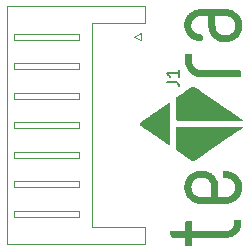
<source format=gbr>
%TF.GenerationSoftware,KiCad,Pcbnew,5.1.9-73d0e3b20d~88~ubuntu20.04.1*%
%TF.CreationDate,2021-06-02T20:16:19+09:00*%
%TF.ProjectId,BAT-JST7-Straight-Con-PCB,4241542d-4a53-4543-972d-537472616967,rev?*%
%TF.SameCoordinates,Original*%
%TF.FileFunction,Legend,Top*%
%TF.FilePolarity,Positive*%
%FSLAX46Y46*%
G04 Gerber Fmt 4.6, Leading zero omitted, Abs format (unit mm)*
G04 Created by KiCad (PCBNEW 5.1.9-73d0e3b20d~88~ubuntu20.04.1) date 2021-06-02 20:16:19*
%MOMM*%
%LPD*%
G01*
G04 APERTURE LIST*
%ADD10C,0.010000*%
%ADD11C,0.120000*%
%ADD12C,0.150000*%
G04 APERTURE END LIST*
D10*
%TO.C,G\u002A\u002A\u002A*%
G36*
X141698745Y-94346418D02*
G01*
X141705147Y-94317408D01*
X141716146Y-94290734D01*
X141717785Y-94287306D01*
X141719187Y-94284161D01*
X141720483Y-94281206D01*
X141721805Y-94278347D01*
X141723284Y-94275489D01*
X141725052Y-94272538D01*
X141727239Y-94269400D01*
X141729979Y-94265981D01*
X141733401Y-94262187D01*
X141737638Y-94257924D01*
X141742821Y-94253097D01*
X141749081Y-94247612D01*
X141756550Y-94241376D01*
X141765360Y-94234294D01*
X141775642Y-94226271D01*
X141787528Y-94217215D01*
X141801148Y-94207030D01*
X141816635Y-94195623D01*
X141834119Y-94182899D01*
X141853734Y-94168765D01*
X141875609Y-94153125D01*
X141899876Y-94135887D01*
X141926667Y-94116955D01*
X141956114Y-94096236D01*
X141988347Y-94073636D01*
X142023499Y-94049060D01*
X142061701Y-94022414D01*
X142103084Y-93993605D01*
X142147779Y-93962537D01*
X142195919Y-93929118D01*
X142247635Y-93893252D01*
X142303058Y-93854846D01*
X142362320Y-93813805D01*
X142425552Y-93770035D01*
X142492885Y-93723443D01*
X142564452Y-93673934D01*
X142640384Y-93621413D01*
X142720811Y-93565788D01*
X142805866Y-93506962D01*
X142895681Y-93444844D01*
X142952664Y-93405430D01*
X143028903Y-93352704D01*
X143103904Y-93300850D01*
X143177516Y-93249972D01*
X143249582Y-93200178D01*
X143319950Y-93151573D01*
X143388465Y-93104263D01*
X143454973Y-93058355D01*
X143519321Y-93013954D01*
X143581353Y-92971166D01*
X143640917Y-92930098D01*
X143697858Y-92890855D01*
X143752021Y-92853544D01*
X143803254Y-92818270D01*
X143851402Y-92785140D01*
X143896311Y-92754259D01*
X143937826Y-92725734D01*
X143975795Y-92699671D01*
X144010063Y-92676176D01*
X144040475Y-92655354D01*
X144066878Y-92637312D01*
X144089118Y-92622156D01*
X144107041Y-92609993D01*
X144120492Y-92600927D01*
X144129319Y-92595065D01*
X144133365Y-92592513D01*
X144133613Y-92592404D01*
X144140342Y-92594286D01*
X144142777Y-92596033D01*
X144143042Y-92597551D01*
X144143296Y-92601639D01*
X144143538Y-92608413D01*
X144143768Y-92617988D01*
X144143986Y-92630480D01*
X144144193Y-92646005D01*
X144144390Y-92664679D01*
X144144575Y-92686618D01*
X144144750Y-92711937D01*
X144144914Y-92740753D01*
X144145068Y-92773180D01*
X144145213Y-92809336D01*
X144145348Y-92849336D01*
X144145473Y-92893296D01*
X144145590Y-92941331D01*
X144145697Y-92993557D01*
X144145796Y-93050091D01*
X144145887Y-93111048D01*
X144145969Y-93176543D01*
X144146043Y-93246694D01*
X144146110Y-93321615D01*
X144146169Y-93401422D01*
X144146221Y-93486232D01*
X144146266Y-93576159D01*
X144146304Y-93671321D01*
X144146336Y-93771832D01*
X144146361Y-93877809D01*
X144146381Y-93989367D01*
X144146394Y-94106623D01*
X144146402Y-94229692D01*
X144146405Y-94358689D01*
X144146405Y-96124214D01*
X144138789Y-96124214D01*
X144137743Y-96123905D01*
X144135754Y-96122929D01*
X144132713Y-96121213D01*
X144128513Y-96118682D01*
X144123047Y-96115264D01*
X144116206Y-96110884D01*
X144107884Y-96105470D01*
X144097972Y-96098947D01*
X144086364Y-96091243D01*
X144072950Y-96082283D01*
X144057625Y-96071994D01*
X144040280Y-96060303D01*
X144020808Y-96047135D01*
X143999101Y-96032418D01*
X143975052Y-96016077D01*
X143948552Y-95998040D01*
X143919495Y-95978232D01*
X143887773Y-95956580D01*
X143853278Y-95933011D01*
X143815903Y-95907451D01*
X143775540Y-95879826D01*
X143732081Y-95850063D01*
X143685420Y-95818088D01*
X143635447Y-95783829D01*
X143582057Y-95747210D01*
X143525140Y-95708159D01*
X143464591Y-95666601D01*
X143400300Y-95622465D01*
X143332161Y-95575675D01*
X143260065Y-95526159D01*
X143183906Y-95473842D01*
X143103575Y-95418652D01*
X143018966Y-95360514D01*
X142929970Y-95299356D01*
X142836480Y-95235103D01*
X142738388Y-95167682D01*
X142635587Y-95097020D01*
X142527970Y-95023042D01*
X142468191Y-94981948D01*
X142396801Y-94932875D01*
X142330218Y-94887110D01*
X142268269Y-94844527D01*
X142210783Y-94805000D01*
X142157587Y-94768404D01*
X142108508Y-94734613D01*
X142063375Y-94703503D01*
X142022015Y-94674946D01*
X141984256Y-94648819D01*
X141949926Y-94624995D01*
X141918853Y-94603349D01*
X141890864Y-94583756D01*
X141865787Y-94566090D01*
X141843451Y-94550225D01*
X141823682Y-94536037D01*
X141806308Y-94523398D01*
X141791158Y-94512185D01*
X141778058Y-94502272D01*
X141766838Y-94493533D01*
X141757324Y-94485842D01*
X141749345Y-94479075D01*
X141742727Y-94473105D01*
X141737300Y-94467807D01*
X141732890Y-94463056D01*
X141729326Y-94458727D01*
X141726435Y-94454693D01*
X141724045Y-94450829D01*
X141721983Y-94447010D01*
X141720079Y-94443110D01*
X141718158Y-94439004D01*
X141716050Y-94434567D01*
X141715571Y-94433589D01*
X141703958Y-94404232D01*
X141698349Y-94375267D01*
X141698745Y-94346418D01*
G37*
X141698745Y-94346418D02*
X141705147Y-94317408D01*
X141716146Y-94290734D01*
X141717785Y-94287306D01*
X141719187Y-94284161D01*
X141720483Y-94281206D01*
X141721805Y-94278347D01*
X141723284Y-94275489D01*
X141725052Y-94272538D01*
X141727239Y-94269400D01*
X141729979Y-94265981D01*
X141733401Y-94262187D01*
X141737638Y-94257924D01*
X141742821Y-94253097D01*
X141749081Y-94247612D01*
X141756550Y-94241376D01*
X141765360Y-94234294D01*
X141775642Y-94226271D01*
X141787528Y-94217215D01*
X141801148Y-94207030D01*
X141816635Y-94195623D01*
X141834119Y-94182899D01*
X141853734Y-94168765D01*
X141875609Y-94153125D01*
X141899876Y-94135887D01*
X141926667Y-94116955D01*
X141956114Y-94096236D01*
X141988347Y-94073636D01*
X142023499Y-94049060D01*
X142061701Y-94022414D01*
X142103084Y-93993605D01*
X142147779Y-93962537D01*
X142195919Y-93929118D01*
X142247635Y-93893252D01*
X142303058Y-93854846D01*
X142362320Y-93813805D01*
X142425552Y-93770035D01*
X142492885Y-93723443D01*
X142564452Y-93673934D01*
X142640384Y-93621413D01*
X142720811Y-93565788D01*
X142805866Y-93506962D01*
X142895681Y-93444844D01*
X142952664Y-93405430D01*
X143028903Y-93352704D01*
X143103904Y-93300850D01*
X143177516Y-93249972D01*
X143249582Y-93200178D01*
X143319950Y-93151573D01*
X143388465Y-93104263D01*
X143454973Y-93058355D01*
X143519321Y-93013954D01*
X143581353Y-92971166D01*
X143640917Y-92930098D01*
X143697858Y-92890855D01*
X143752021Y-92853544D01*
X143803254Y-92818270D01*
X143851402Y-92785140D01*
X143896311Y-92754259D01*
X143937826Y-92725734D01*
X143975795Y-92699671D01*
X144010063Y-92676176D01*
X144040475Y-92655354D01*
X144066878Y-92637312D01*
X144089118Y-92622156D01*
X144107041Y-92609993D01*
X144120492Y-92600927D01*
X144129319Y-92595065D01*
X144133365Y-92592513D01*
X144133613Y-92592404D01*
X144140342Y-92594286D01*
X144142777Y-92596033D01*
X144143042Y-92597551D01*
X144143296Y-92601639D01*
X144143538Y-92608413D01*
X144143768Y-92617988D01*
X144143986Y-92630480D01*
X144144193Y-92646005D01*
X144144390Y-92664679D01*
X144144575Y-92686618D01*
X144144750Y-92711937D01*
X144144914Y-92740753D01*
X144145068Y-92773180D01*
X144145213Y-92809336D01*
X144145348Y-92849336D01*
X144145473Y-92893296D01*
X144145590Y-92941331D01*
X144145697Y-92993557D01*
X144145796Y-93050091D01*
X144145887Y-93111048D01*
X144145969Y-93176543D01*
X144146043Y-93246694D01*
X144146110Y-93321615D01*
X144146169Y-93401422D01*
X144146221Y-93486232D01*
X144146266Y-93576159D01*
X144146304Y-93671321D01*
X144146336Y-93771832D01*
X144146361Y-93877809D01*
X144146381Y-93989367D01*
X144146394Y-94106623D01*
X144146402Y-94229692D01*
X144146405Y-94358689D01*
X144146405Y-96124214D01*
X144138789Y-96124214D01*
X144137743Y-96123905D01*
X144135754Y-96122929D01*
X144132713Y-96121213D01*
X144128513Y-96118682D01*
X144123047Y-96115264D01*
X144116206Y-96110884D01*
X144107884Y-96105470D01*
X144097972Y-96098947D01*
X144086364Y-96091243D01*
X144072950Y-96082283D01*
X144057625Y-96071994D01*
X144040280Y-96060303D01*
X144020808Y-96047135D01*
X143999101Y-96032418D01*
X143975052Y-96016077D01*
X143948552Y-95998040D01*
X143919495Y-95978232D01*
X143887773Y-95956580D01*
X143853278Y-95933011D01*
X143815903Y-95907451D01*
X143775540Y-95879826D01*
X143732081Y-95850063D01*
X143685420Y-95818088D01*
X143635447Y-95783829D01*
X143582057Y-95747210D01*
X143525140Y-95708159D01*
X143464591Y-95666601D01*
X143400300Y-95622465D01*
X143332161Y-95575675D01*
X143260065Y-95526159D01*
X143183906Y-95473842D01*
X143103575Y-95418652D01*
X143018966Y-95360514D01*
X142929970Y-95299356D01*
X142836480Y-95235103D01*
X142738388Y-95167682D01*
X142635587Y-95097020D01*
X142527970Y-95023042D01*
X142468191Y-94981948D01*
X142396801Y-94932875D01*
X142330218Y-94887110D01*
X142268269Y-94844527D01*
X142210783Y-94805000D01*
X142157587Y-94768404D01*
X142108508Y-94734613D01*
X142063375Y-94703503D01*
X142022015Y-94674946D01*
X141984256Y-94648819D01*
X141949926Y-94624995D01*
X141918853Y-94603349D01*
X141890864Y-94583756D01*
X141865787Y-94566090D01*
X141843451Y-94550225D01*
X141823682Y-94536037D01*
X141806308Y-94523398D01*
X141791158Y-94512185D01*
X141778058Y-94502272D01*
X141766838Y-94493533D01*
X141757324Y-94485842D01*
X141749345Y-94479075D01*
X141742727Y-94473105D01*
X141737300Y-94467807D01*
X141732890Y-94463056D01*
X141729326Y-94458727D01*
X141726435Y-94454693D01*
X141724045Y-94450829D01*
X141721983Y-94447010D01*
X141720079Y-94443110D01*
X141718158Y-94439004D01*
X141716050Y-94434567D01*
X141715571Y-94433589D01*
X141703958Y-94404232D01*
X141698349Y-94375267D01*
X141698745Y-94346418D01*
G36*
X145498516Y-88774330D02*
G01*
X145498619Y-88749142D01*
X145499560Y-88551083D01*
X145506785Y-88535094D01*
X145514480Y-88522057D01*
X145524644Y-88509912D01*
X145527436Y-88507287D01*
X145532177Y-88503113D01*
X145536536Y-88499519D01*
X145540982Y-88496464D01*
X145545982Y-88493906D01*
X145552005Y-88491805D01*
X145559517Y-88490119D01*
X145568988Y-88488806D01*
X145580885Y-88487826D01*
X145595675Y-88487136D01*
X145613828Y-88486696D01*
X145635810Y-88486464D01*
X145662090Y-88486399D01*
X145693136Y-88486459D01*
X145729415Y-88486603D01*
X145759896Y-88486739D01*
X145950108Y-88487583D01*
X145966505Y-88496654D01*
X145977150Y-88503763D01*
X145986893Y-88512286D01*
X145991482Y-88517560D01*
X145994649Y-88521956D01*
X145997412Y-88526103D01*
X145999797Y-88530426D01*
X146001833Y-88535350D01*
X146003546Y-88541299D01*
X146004966Y-88548699D01*
X146006119Y-88557975D01*
X146007033Y-88569551D01*
X146007736Y-88583853D01*
X146008255Y-88601304D01*
X146008619Y-88622331D01*
X146008855Y-88647358D01*
X146008990Y-88676810D01*
X146009053Y-88711112D01*
X146009071Y-88750688D01*
X146009072Y-88787324D01*
X146009117Y-88829624D01*
X146009248Y-88869779D01*
X146009459Y-88907317D01*
X146009746Y-88941770D01*
X146010101Y-88972664D01*
X146010520Y-88999531D01*
X146010996Y-89021898D01*
X146011525Y-89039295D01*
X146012100Y-89051252D01*
X146012274Y-89053627D01*
X146021328Y-89131228D01*
X146035372Y-89205419D01*
X146054411Y-89276214D01*
X146078451Y-89343629D01*
X146107498Y-89407677D01*
X146141556Y-89468373D01*
X146180632Y-89525731D01*
X146198634Y-89548944D01*
X146215222Y-89568355D01*
X146235230Y-89589864D01*
X146257342Y-89612193D01*
X146280241Y-89634061D01*
X146302610Y-89654191D01*
X146323133Y-89671304D01*
X146330406Y-89676925D01*
X146386052Y-89715363D01*
X146444648Y-89749182D01*
X146506458Y-89778483D01*
X146571748Y-89803368D01*
X146640782Y-89823939D01*
X146713825Y-89840296D01*
X146786191Y-89851897D01*
X146789367Y-89852289D01*
X146792913Y-89852663D01*
X146796980Y-89853018D01*
X146801723Y-89853355D01*
X146807295Y-89853676D01*
X146813848Y-89853980D01*
X146821536Y-89854268D01*
X146830512Y-89854541D01*
X146840930Y-89854800D01*
X146852942Y-89855045D01*
X146866701Y-89855276D01*
X146882361Y-89855495D01*
X146900076Y-89855702D01*
X146919997Y-89855898D01*
X146942278Y-89856083D01*
X146967073Y-89856258D01*
X146994535Y-89856423D01*
X147024816Y-89856579D01*
X147058071Y-89856728D01*
X147094451Y-89856869D01*
X147134111Y-89857003D01*
X147177203Y-89857130D01*
X147223881Y-89857252D01*
X147274298Y-89857369D01*
X147328607Y-89857482D01*
X147386960Y-89857590D01*
X147449513Y-89857696D01*
X147516416Y-89857799D01*
X147587825Y-89857901D01*
X147663891Y-89858001D01*
X147744768Y-89858100D01*
X147830610Y-89858200D01*
X147921568Y-89858300D01*
X148017798Y-89858402D01*
X148119451Y-89858505D01*
X148226681Y-89858611D01*
X148339641Y-89858720D01*
X148458484Y-89858834D01*
X148467429Y-89858842D01*
X150107846Y-89860392D01*
X150125094Y-89868862D01*
X150142136Y-89879486D01*
X150155131Y-89893147D01*
X150165020Y-89910285D01*
X150166339Y-89913272D01*
X150167462Y-89916437D01*
X150168407Y-89920270D01*
X150169190Y-89925258D01*
X150169830Y-89931888D01*
X150170343Y-89940649D01*
X150170746Y-89952028D01*
X150171056Y-89966514D01*
X150171291Y-89984594D01*
X150171468Y-90006755D01*
X150171603Y-90033487D01*
X150171715Y-90065275D01*
X150171819Y-90102609D01*
X150171822Y-90103809D01*
X150171867Y-90136697D01*
X150171829Y-90168129D01*
X150171713Y-90197522D01*
X150171527Y-90224294D01*
X150171275Y-90247862D01*
X150170964Y-90267643D01*
X150170600Y-90283056D01*
X150170190Y-90293518D01*
X150169793Y-90298172D01*
X150163304Y-90318656D01*
X150151783Y-90336407D01*
X150135915Y-90350676D01*
X150116381Y-90360713D01*
X150111338Y-90362375D01*
X150109716Y-90362708D01*
X150107053Y-90363024D01*
X150103200Y-90363325D01*
X150098010Y-90363609D01*
X150091334Y-90363879D01*
X150083025Y-90364133D01*
X150072935Y-90364373D01*
X150060916Y-90364599D01*
X150046820Y-90364811D01*
X150030500Y-90365010D01*
X150011808Y-90365196D01*
X149990595Y-90365370D01*
X149966714Y-90365531D01*
X149940017Y-90365681D01*
X149910357Y-90365820D01*
X149877585Y-90365948D01*
X149841553Y-90366066D01*
X149802114Y-90366173D01*
X149759121Y-90366271D01*
X149712424Y-90366360D01*
X149661876Y-90366440D01*
X149607330Y-90366511D01*
X149548638Y-90366575D01*
X149485651Y-90366631D01*
X149418222Y-90366680D01*
X149346203Y-90366722D01*
X149269446Y-90366758D01*
X149187804Y-90366788D01*
X149101128Y-90366813D01*
X149009271Y-90366832D01*
X148912085Y-90366847D01*
X148809421Y-90366857D01*
X148701133Y-90366863D01*
X148587072Y-90366866D01*
X148484267Y-90366867D01*
X148346008Y-90366859D01*
X148213722Y-90366840D01*
X148087414Y-90366809D01*
X147967086Y-90366766D01*
X147852741Y-90366710D01*
X147744385Y-90366643D01*
X147642018Y-90366564D01*
X147545646Y-90366473D01*
X147455271Y-90366370D01*
X147370897Y-90366255D01*
X147292527Y-90366128D01*
X147220165Y-90365989D01*
X147153814Y-90365838D01*
X147093477Y-90365675D01*
X147039159Y-90365500D01*
X146990861Y-90365314D01*
X146948588Y-90365115D01*
X146912343Y-90364905D01*
X146882129Y-90364682D01*
X146857950Y-90364448D01*
X146839809Y-90364202D01*
X146827710Y-90363944D01*
X146822477Y-90363735D01*
X146724270Y-90354912D01*
X146629127Y-90340893D01*
X146536977Y-90321657D01*
X146447750Y-90297180D01*
X146361375Y-90267440D01*
X146277782Y-90232414D01*
X146196901Y-90192080D01*
X146118661Y-90146413D01*
X146087691Y-90126385D01*
X146016533Y-90075441D01*
X145949379Y-90020046D01*
X145886359Y-89960397D01*
X145827607Y-89896691D01*
X145773254Y-89829122D01*
X145723433Y-89757887D01*
X145678276Y-89683183D01*
X145637914Y-89605205D01*
X145602482Y-89524150D01*
X145572109Y-89440214D01*
X145546930Y-89353594D01*
X145535972Y-89307731D01*
X145529670Y-89278200D01*
X145524060Y-89249363D01*
X145519110Y-89220716D01*
X145514784Y-89191756D01*
X145511050Y-89161980D01*
X145507874Y-89130887D01*
X145505222Y-89097971D01*
X145503061Y-89062732D01*
X145501357Y-89024666D01*
X145500077Y-88983270D01*
X145499186Y-88938041D01*
X145498651Y-88888477D01*
X145498439Y-88834074D01*
X145498516Y-88774330D01*
G37*
X145498516Y-88774330D02*
X145498619Y-88749142D01*
X145499560Y-88551083D01*
X145506785Y-88535094D01*
X145514480Y-88522057D01*
X145524644Y-88509912D01*
X145527436Y-88507287D01*
X145532177Y-88503113D01*
X145536536Y-88499519D01*
X145540982Y-88496464D01*
X145545982Y-88493906D01*
X145552005Y-88491805D01*
X145559517Y-88490119D01*
X145568988Y-88488806D01*
X145580885Y-88487826D01*
X145595675Y-88487136D01*
X145613828Y-88486696D01*
X145635810Y-88486464D01*
X145662090Y-88486399D01*
X145693136Y-88486459D01*
X145729415Y-88486603D01*
X145759896Y-88486739D01*
X145950108Y-88487583D01*
X145966505Y-88496654D01*
X145977150Y-88503763D01*
X145986893Y-88512286D01*
X145991482Y-88517560D01*
X145994649Y-88521956D01*
X145997412Y-88526103D01*
X145999797Y-88530426D01*
X146001833Y-88535350D01*
X146003546Y-88541299D01*
X146004966Y-88548699D01*
X146006119Y-88557975D01*
X146007033Y-88569551D01*
X146007736Y-88583853D01*
X146008255Y-88601304D01*
X146008619Y-88622331D01*
X146008855Y-88647358D01*
X146008990Y-88676810D01*
X146009053Y-88711112D01*
X146009071Y-88750688D01*
X146009072Y-88787324D01*
X146009117Y-88829624D01*
X146009248Y-88869779D01*
X146009459Y-88907317D01*
X146009746Y-88941770D01*
X146010101Y-88972664D01*
X146010520Y-88999531D01*
X146010996Y-89021898D01*
X146011525Y-89039295D01*
X146012100Y-89051252D01*
X146012274Y-89053627D01*
X146021328Y-89131228D01*
X146035372Y-89205419D01*
X146054411Y-89276214D01*
X146078451Y-89343629D01*
X146107498Y-89407677D01*
X146141556Y-89468373D01*
X146180632Y-89525731D01*
X146198634Y-89548944D01*
X146215222Y-89568355D01*
X146235230Y-89589864D01*
X146257342Y-89612193D01*
X146280241Y-89634061D01*
X146302610Y-89654191D01*
X146323133Y-89671304D01*
X146330406Y-89676925D01*
X146386052Y-89715363D01*
X146444648Y-89749182D01*
X146506458Y-89778483D01*
X146571748Y-89803368D01*
X146640782Y-89823939D01*
X146713825Y-89840296D01*
X146786191Y-89851897D01*
X146789367Y-89852289D01*
X146792913Y-89852663D01*
X146796980Y-89853018D01*
X146801723Y-89853355D01*
X146807295Y-89853676D01*
X146813848Y-89853980D01*
X146821536Y-89854268D01*
X146830512Y-89854541D01*
X146840930Y-89854800D01*
X146852942Y-89855045D01*
X146866701Y-89855276D01*
X146882361Y-89855495D01*
X146900076Y-89855702D01*
X146919997Y-89855898D01*
X146942278Y-89856083D01*
X146967073Y-89856258D01*
X146994535Y-89856423D01*
X147024816Y-89856579D01*
X147058071Y-89856728D01*
X147094451Y-89856869D01*
X147134111Y-89857003D01*
X147177203Y-89857130D01*
X147223881Y-89857252D01*
X147274298Y-89857369D01*
X147328607Y-89857482D01*
X147386960Y-89857590D01*
X147449513Y-89857696D01*
X147516416Y-89857799D01*
X147587825Y-89857901D01*
X147663891Y-89858001D01*
X147744768Y-89858100D01*
X147830610Y-89858200D01*
X147921568Y-89858300D01*
X148017798Y-89858402D01*
X148119451Y-89858505D01*
X148226681Y-89858611D01*
X148339641Y-89858720D01*
X148458484Y-89858834D01*
X148467429Y-89858842D01*
X150107846Y-89860392D01*
X150125094Y-89868862D01*
X150142136Y-89879486D01*
X150155131Y-89893147D01*
X150165020Y-89910285D01*
X150166339Y-89913272D01*
X150167462Y-89916437D01*
X150168407Y-89920270D01*
X150169190Y-89925258D01*
X150169830Y-89931888D01*
X150170343Y-89940649D01*
X150170746Y-89952028D01*
X150171056Y-89966514D01*
X150171291Y-89984594D01*
X150171468Y-90006755D01*
X150171603Y-90033487D01*
X150171715Y-90065275D01*
X150171819Y-90102609D01*
X150171822Y-90103809D01*
X150171867Y-90136697D01*
X150171829Y-90168129D01*
X150171713Y-90197522D01*
X150171527Y-90224294D01*
X150171275Y-90247862D01*
X150170964Y-90267643D01*
X150170600Y-90283056D01*
X150170190Y-90293518D01*
X150169793Y-90298172D01*
X150163304Y-90318656D01*
X150151783Y-90336407D01*
X150135915Y-90350676D01*
X150116381Y-90360713D01*
X150111338Y-90362375D01*
X150109716Y-90362708D01*
X150107053Y-90363024D01*
X150103200Y-90363325D01*
X150098010Y-90363609D01*
X150091334Y-90363879D01*
X150083025Y-90364133D01*
X150072935Y-90364373D01*
X150060916Y-90364599D01*
X150046820Y-90364811D01*
X150030500Y-90365010D01*
X150011808Y-90365196D01*
X149990595Y-90365370D01*
X149966714Y-90365531D01*
X149940017Y-90365681D01*
X149910357Y-90365820D01*
X149877585Y-90365948D01*
X149841553Y-90366066D01*
X149802114Y-90366173D01*
X149759121Y-90366271D01*
X149712424Y-90366360D01*
X149661876Y-90366440D01*
X149607330Y-90366511D01*
X149548638Y-90366575D01*
X149485651Y-90366631D01*
X149418222Y-90366680D01*
X149346203Y-90366722D01*
X149269446Y-90366758D01*
X149187804Y-90366788D01*
X149101128Y-90366813D01*
X149009271Y-90366832D01*
X148912085Y-90366847D01*
X148809421Y-90366857D01*
X148701133Y-90366863D01*
X148587072Y-90366866D01*
X148484267Y-90366867D01*
X148346008Y-90366859D01*
X148213722Y-90366840D01*
X148087414Y-90366809D01*
X147967086Y-90366766D01*
X147852741Y-90366710D01*
X147744385Y-90366643D01*
X147642018Y-90366564D01*
X147545646Y-90366473D01*
X147455271Y-90366370D01*
X147370897Y-90366255D01*
X147292527Y-90366128D01*
X147220165Y-90365989D01*
X147153814Y-90365838D01*
X147093477Y-90365675D01*
X147039159Y-90365500D01*
X146990861Y-90365314D01*
X146948588Y-90365115D01*
X146912343Y-90364905D01*
X146882129Y-90364682D01*
X146857950Y-90364448D01*
X146839809Y-90364202D01*
X146827710Y-90363944D01*
X146822477Y-90363735D01*
X146724270Y-90354912D01*
X146629127Y-90340893D01*
X146536977Y-90321657D01*
X146447750Y-90297180D01*
X146361375Y-90267440D01*
X146277782Y-90232414D01*
X146196901Y-90192080D01*
X146118661Y-90146413D01*
X146087691Y-90126385D01*
X146016533Y-90075441D01*
X145949379Y-90020046D01*
X145886359Y-89960397D01*
X145827607Y-89896691D01*
X145773254Y-89829122D01*
X145723433Y-89757887D01*
X145678276Y-89683183D01*
X145637914Y-89605205D01*
X145602482Y-89524150D01*
X145572109Y-89440214D01*
X145546930Y-89353594D01*
X145535972Y-89307731D01*
X145529670Y-89278200D01*
X145524060Y-89249363D01*
X145519110Y-89220716D01*
X145514784Y-89191756D01*
X145511050Y-89161980D01*
X145507874Y-89130887D01*
X145505222Y-89097971D01*
X145503061Y-89062732D01*
X145501357Y-89024666D01*
X145500077Y-88983270D01*
X145499186Y-88938041D01*
X145498651Y-88888477D01*
X145498439Y-88834074D01*
X145498516Y-88774330D01*
G36*
X144209838Y-103522219D02*
G01*
X144220375Y-103508724D01*
X144235232Y-103498397D01*
X144247703Y-103491726D01*
X145511655Y-103488702D01*
X145513167Y-103095607D01*
X145513389Y-103038686D01*
X145513599Y-102987498D01*
X145513803Y-102941728D01*
X145514004Y-102901062D01*
X145514209Y-102865185D01*
X145514424Y-102833782D01*
X145514653Y-102806540D01*
X145514903Y-102783143D01*
X145515177Y-102763276D01*
X145515483Y-102746625D01*
X145515825Y-102732876D01*
X145516208Y-102721714D01*
X145516639Y-102712824D01*
X145517122Y-102705891D01*
X145517662Y-102700601D01*
X145518266Y-102696640D01*
X145518939Y-102693693D01*
X145519685Y-102691444D01*
X145520118Y-102690416D01*
X145530346Y-102674201D01*
X145544934Y-102659942D01*
X145562206Y-102649268D01*
X145562735Y-102649026D01*
X145578179Y-102642035D01*
X145947084Y-102642035D01*
X145963715Y-102649901D01*
X145982169Y-102660953D01*
X145996136Y-102674925D01*
X146004084Y-102687353D01*
X146010584Y-102699488D01*
X146013608Y-103488702D01*
X147295703Y-103489594D01*
X147406914Y-103489669D01*
X147512252Y-103489733D01*
X147611892Y-103489787D01*
X147706008Y-103489827D01*
X147794775Y-103489855D01*
X147878367Y-103489867D01*
X147956958Y-103489864D01*
X148030724Y-103489844D01*
X148099839Y-103489805D01*
X148164478Y-103489747D01*
X148224815Y-103489669D01*
X148281024Y-103489569D01*
X148333281Y-103489447D01*
X148381760Y-103489300D01*
X148426635Y-103489128D01*
X148468081Y-103488931D01*
X148506272Y-103488706D01*
X148541384Y-103488452D01*
X148573590Y-103488169D01*
X148603066Y-103487855D01*
X148629986Y-103487509D01*
X148654524Y-103487130D01*
X148676855Y-103486717D01*
X148697154Y-103486268D01*
X148715594Y-103485783D01*
X148732352Y-103485260D01*
X148747601Y-103484699D01*
X148761516Y-103484097D01*
X148774271Y-103483455D01*
X148786041Y-103482770D01*
X148797001Y-103482042D01*
X148807325Y-103481269D01*
X148817188Y-103480451D01*
X148826764Y-103479586D01*
X148827262Y-103479539D01*
X148915416Y-103469254D01*
X148998728Y-103455426D01*
X149077192Y-103438061D01*
X149150798Y-103417164D01*
X149219539Y-103392741D01*
X149283407Y-103364798D01*
X149342393Y-103333339D01*
X149396491Y-103298370D01*
X149445691Y-103259897D01*
X149489985Y-103217924D01*
X149529366Y-103172458D01*
X149563826Y-103123504D01*
X149593357Y-103071067D01*
X149617950Y-103015153D01*
X149637597Y-102955767D01*
X149645211Y-102926273D01*
X149649340Y-102908225D01*
X149652779Y-102891647D01*
X149655607Y-102875695D01*
X149657901Y-102859523D01*
X149659741Y-102842286D01*
X149661203Y-102823137D01*
X149662367Y-102801232D01*
X149663310Y-102775724D01*
X149664111Y-102745768D01*
X149664768Y-102714607D01*
X149665470Y-102681607D01*
X149666191Y-102654210D01*
X149666955Y-102631973D01*
X149667783Y-102614451D01*
X149668698Y-102601200D01*
X149669721Y-102591776D01*
X149670875Y-102585735D01*
X149671226Y-102584583D01*
X149675674Y-102575769D01*
X149682847Y-102565535D01*
X149689024Y-102558420D01*
X149693501Y-102553813D01*
X149697665Y-102549844D01*
X149701981Y-102546466D01*
X149706913Y-102543631D01*
X149712927Y-102541292D01*
X149720486Y-102539401D01*
X149730056Y-102537910D01*
X149742102Y-102536772D01*
X149757088Y-102535940D01*
X149775479Y-102535365D01*
X149797739Y-102535000D01*
X149824335Y-102534797D01*
X149855730Y-102534710D01*
X149892389Y-102534690D01*
X149920805Y-102534690D01*
X149958956Y-102534696D01*
X149991547Y-102534725D01*
X150019064Y-102534791D01*
X150041994Y-102534908D01*
X150060825Y-102535093D01*
X150076043Y-102535359D01*
X150088135Y-102535722D01*
X150097589Y-102536196D01*
X150104890Y-102536796D01*
X150110527Y-102537538D01*
X150114986Y-102538435D01*
X150118754Y-102539502D01*
X150122318Y-102540756D01*
X150122527Y-102540834D01*
X150139712Y-102550152D01*
X150154722Y-102563777D01*
X150166117Y-102580184D01*
X150171118Y-102592318D01*
X150172493Y-102597875D01*
X150173569Y-102604696D01*
X150174373Y-102613488D01*
X150174932Y-102624961D01*
X150175273Y-102639824D01*
X150175421Y-102658788D01*
X150175403Y-102682560D01*
X150175299Y-102703816D01*
X150175123Y-102728308D01*
X150174906Y-102751763D01*
X150174660Y-102773251D01*
X150174397Y-102791840D01*
X150174130Y-102806596D01*
X150173871Y-102816589D01*
X150173777Y-102818928D01*
X150167127Y-102903155D01*
X150155362Y-102985816D01*
X150138603Y-103066507D01*
X150116971Y-103144823D01*
X150090585Y-103220361D01*
X150059566Y-103292716D01*
X150024033Y-103361485D01*
X150000840Y-103400469D01*
X149956310Y-103465893D01*
X149906957Y-103527733D01*
X149852862Y-103585944D01*
X149794107Y-103640483D01*
X149730770Y-103691307D01*
X149662933Y-103738372D01*
X149590675Y-103781634D01*
X149514077Y-103821049D01*
X149433220Y-103856575D01*
X149348183Y-103888168D01*
X149259047Y-103915785D01*
X149165892Y-103939380D01*
X149068799Y-103958912D01*
X148967847Y-103974337D01*
X148934608Y-103978414D01*
X148924577Y-103979590D01*
X148915286Y-103980703D01*
X148906558Y-103981755D01*
X148898221Y-103982748D01*
X148890098Y-103983683D01*
X148882016Y-103984564D01*
X148873800Y-103985391D01*
X148865275Y-103986166D01*
X148856267Y-103986892D01*
X148846602Y-103987570D01*
X148836104Y-103988202D01*
X148824600Y-103988790D01*
X148811914Y-103989336D01*
X148797873Y-103989842D01*
X148782301Y-103990310D01*
X148765025Y-103990741D01*
X148745869Y-103991138D01*
X148724660Y-103991502D01*
X148701221Y-103991836D01*
X148675380Y-103992141D01*
X148646962Y-103992419D01*
X148615791Y-103992672D01*
X148581694Y-103992901D01*
X148544496Y-103993110D01*
X148504022Y-103993299D01*
X148460098Y-103993471D01*
X148412549Y-103993628D01*
X148361201Y-103993770D01*
X148305879Y-103993901D01*
X148246409Y-103994023D01*
X148182616Y-103994136D01*
X148114325Y-103994243D01*
X148041363Y-103994346D01*
X147963554Y-103994447D01*
X147880724Y-103994547D01*
X147792699Y-103994649D01*
X147699304Y-103994755D01*
X147600364Y-103994865D01*
X147495704Y-103994983D01*
X147398512Y-103995095D01*
X146013608Y-103996702D01*
X146012096Y-104288500D01*
X146011843Y-104336988D01*
X146011612Y-104379799D01*
X146011392Y-104417303D01*
X146011174Y-104449871D01*
X146010949Y-104477871D01*
X146010705Y-104501676D01*
X146010434Y-104521654D01*
X146010127Y-104538176D01*
X146009772Y-104551613D01*
X146009360Y-104562335D01*
X146008882Y-104570711D01*
X146008328Y-104577113D01*
X146007688Y-104581909D01*
X146006952Y-104585472D01*
X146006110Y-104588170D01*
X146005153Y-104590375D01*
X146004084Y-104592432D01*
X145992515Y-104609234D01*
X145977397Y-104622245D01*
X145963715Y-104629884D01*
X145947084Y-104637750D01*
X145578179Y-104637750D01*
X145562329Y-104630585D01*
X145550939Y-104624068D01*
X145539932Y-104615618D01*
X145535577Y-104611352D01*
X145532166Y-104607706D01*
X145529148Y-104604523D01*
X145526497Y-104601432D01*
X145524187Y-104598062D01*
X145522193Y-104594041D01*
X145520488Y-104588997D01*
X145519048Y-104582558D01*
X145517847Y-104574354D01*
X145516858Y-104564012D01*
X145516056Y-104551160D01*
X145515416Y-104535428D01*
X145514912Y-104516444D01*
X145514518Y-104493836D01*
X145514208Y-104467232D01*
X145513958Y-104436261D01*
X145513740Y-104400551D01*
X145513530Y-104359730D01*
X145513302Y-104313428D01*
X145513167Y-104286988D01*
X145511655Y-103996702D01*
X144462393Y-103993678D01*
X144447790Y-103986938D01*
X144430752Y-103977520D01*
X144416111Y-103965658D01*
X144402330Y-103949988D01*
X144395150Y-103940105D01*
X144390575Y-103932723D01*
X144383827Y-103920771D01*
X144375180Y-103904807D01*
X144364914Y-103885385D01*
X144353303Y-103863062D01*
X144340626Y-103838394D01*
X144327158Y-103811938D01*
X144313178Y-103784249D01*
X144298962Y-103755885D01*
X144284786Y-103727400D01*
X144270928Y-103699351D01*
X144257665Y-103672295D01*
X144245273Y-103646788D01*
X144234030Y-103623385D01*
X144224212Y-103602643D01*
X144216097Y-103585118D01*
X144209960Y-103571366D01*
X144206080Y-103561944D01*
X144204753Y-103557685D01*
X144204663Y-103538476D01*
X144209838Y-103522219D01*
G37*
X144209838Y-103522219D02*
X144220375Y-103508724D01*
X144235232Y-103498397D01*
X144247703Y-103491726D01*
X145511655Y-103488702D01*
X145513167Y-103095607D01*
X145513389Y-103038686D01*
X145513599Y-102987498D01*
X145513803Y-102941728D01*
X145514004Y-102901062D01*
X145514209Y-102865185D01*
X145514424Y-102833782D01*
X145514653Y-102806540D01*
X145514903Y-102783143D01*
X145515177Y-102763276D01*
X145515483Y-102746625D01*
X145515825Y-102732876D01*
X145516208Y-102721714D01*
X145516639Y-102712824D01*
X145517122Y-102705891D01*
X145517662Y-102700601D01*
X145518266Y-102696640D01*
X145518939Y-102693693D01*
X145519685Y-102691444D01*
X145520118Y-102690416D01*
X145530346Y-102674201D01*
X145544934Y-102659942D01*
X145562206Y-102649268D01*
X145562735Y-102649026D01*
X145578179Y-102642035D01*
X145947084Y-102642035D01*
X145963715Y-102649901D01*
X145982169Y-102660953D01*
X145996136Y-102674925D01*
X146004084Y-102687353D01*
X146010584Y-102699488D01*
X146013608Y-103488702D01*
X147295703Y-103489594D01*
X147406914Y-103489669D01*
X147512252Y-103489733D01*
X147611892Y-103489787D01*
X147706008Y-103489827D01*
X147794775Y-103489855D01*
X147878367Y-103489867D01*
X147956958Y-103489864D01*
X148030724Y-103489844D01*
X148099839Y-103489805D01*
X148164478Y-103489747D01*
X148224815Y-103489669D01*
X148281024Y-103489569D01*
X148333281Y-103489447D01*
X148381760Y-103489300D01*
X148426635Y-103489128D01*
X148468081Y-103488931D01*
X148506272Y-103488706D01*
X148541384Y-103488452D01*
X148573590Y-103488169D01*
X148603066Y-103487855D01*
X148629986Y-103487509D01*
X148654524Y-103487130D01*
X148676855Y-103486717D01*
X148697154Y-103486268D01*
X148715594Y-103485783D01*
X148732352Y-103485260D01*
X148747601Y-103484699D01*
X148761516Y-103484097D01*
X148774271Y-103483455D01*
X148786041Y-103482770D01*
X148797001Y-103482042D01*
X148807325Y-103481269D01*
X148817188Y-103480451D01*
X148826764Y-103479586D01*
X148827262Y-103479539D01*
X148915416Y-103469254D01*
X148998728Y-103455426D01*
X149077192Y-103438061D01*
X149150798Y-103417164D01*
X149219539Y-103392741D01*
X149283407Y-103364798D01*
X149342393Y-103333339D01*
X149396491Y-103298370D01*
X149445691Y-103259897D01*
X149489985Y-103217924D01*
X149529366Y-103172458D01*
X149563826Y-103123504D01*
X149593357Y-103071067D01*
X149617950Y-103015153D01*
X149637597Y-102955767D01*
X149645211Y-102926273D01*
X149649340Y-102908225D01*
X149652779Y-102891647D01*
X149655607Y-102875695D01*
X149657901Y-102859523D01*
X149659741Y-102842286D01*
X149661203Y-102823137D01*
X149662367Y-102801232D01*
X149663310Y-102775724D01*
X149664111Y-102745768D01*
X149664768Y-102714607D01*
X149665470Y-102681607D01*
X149666191Y-102654210D01*
X149666955Y-102631973D01*
X149667783Y-102614451D01*
X149668698Y-102601200D01*
X149669721Y-102591776D01*
X149670875Y-102585735D01*
X149671226Y-102584583D01*
X149675674Y-102575769D01*
X149682847Y-102565535D01*
X149689024Y-102558420D01*
X149693501Y-102553813D01*
X149697665Y-102549844D01*
X149701981Y-102546466D01*
X149706913Y-102543631D01*
X149712927Y-102541292D01*
X149720486Y-102539401D01*
X149730056Y-102537910D01*
X149742102Y-102536772D01*
X149757088Y-102535940D01*
X149775479Y-102535365D01*
X149797739Y-102535000D01*
X149824335Y-102534797D01*
X149855730Y-102534710D01*
X149892389Y-102534690D01*
X149920805Y-102534690D01*
X149958956Y-102534696D01*
X149991547Y-102534725D01*
X150019064Y-102534791D01*
X150041994Y-102534908D01*
X150060825Y-102535093D01*
X150076043Y-102535359D01*
X150088135Y-102535722D01*
X150097589Y-102536196D01*
X150104890Y-102536796D01*
X150110527Y-102537538D01*
X150114986Y-102538435D01*
X150118754Y-102539502D01*
X150122318Y-102540756D01*
X150122527Y-102540834D01*
X150139712Y-102550152D01*
X150154722Y-102563777D01*
X150166117Y-102580184D01*
X150171118Y-102592318D01*
X150172493Y-102597875D01*
X150173569Y-102604696D01*
X150174373Y-102613488D01*
X150174932Y-102624961D01*
X150175273Y-102639824D01*
X150175421Y-102658788D01*
X150175403Y-102682560D01*
X150175299Y-102703816D01*
X150175123Y-102728308D01*
X150174906Y-102751763D01*
X150174660Y-102773251D01*
X150174397Y-102791840D01*
X150174130Y-102806596D01*
X150173871Y-102816589D01*
X150173777Y-102818928D01*
X150167127Y-102903155D01*
X150155362Y-102985816D01*
X150138603Y-103066507D01*
X150116971Y-103144823D01*
X150090585Y-103220361D01*
X150059566Y-103292716D01*
X150024033Y-103361485D01*
X150000840Y-103400469D01*
X149956310Y-103465893D01*
X149906957Y-103527733D01*
X149852862Y-103585944D01*
X149794107Y-103640483D01*
X149730770Y-103691307D01*
X149662933Y-103738372D01*
X149590675Y-103781634D01*
X149514077Y-103821049D01*
X149433220Y-103856575D01*
X149348183Y-103888168D01*
X149259047Y-103915785D01*
X149165892Y-103939380D01*
X149068799Y-103958912D01*
X148967847Y-103974337D01*
X148934608Y-103978414D01*
X148924577Y-103979590D01*
X148915286Y-103980703D01*
X148906558Y-103981755D01*
X148898221Y-103982748D01*
X148890098Y-103983683D01*
X148882016Y-103984564D01*
X148873800Y-103985391D01*
X148865275Y-103986166D01*
X148856267Y-103986892D01*
X148846602Y-103987570D01*
X148836104Y-103988202D01*
X148824600Y-103988790D01*
X148811914Y-103989336D01*
X148797873Y-103989842D01*
X148782301Y-103990310D01*
X148765025Y-103990741D01*
X148745869Y-103991138D01*
X148724660Y-103991502D01*
X148701221Y-103991836D01*
X148675380Y-103992141D01*
X148646962Y-103992419D01*
X148615791Y-103992672D01*
X148581694Y-103992901D01*
X148544496Y-103993110D01*
X148504022Y-103993299D01*
X148460098Y-103993471D01*
X148412549Y-103993628D01*
X148361201Y-103993770D01*
X148305879Y-103993901D01*
X148246409Y-103994023D01*
X148182616Y-103994136D01*
X148114325Y-103994243D01*
X148041363Y-103994346D01*
X147963554Y-103994447D01*
X147880724Y-103994547D01*
X147792699Y-103994649D01*
X147699304Y-103994755D01*
X147600364Y-103994865D01*
X147495704Y-103994983D01*
X147398512Y-103995095D01*
X146013608Y-103996702D01*
X146012096Y-104288500D01*
X146011843Y-104336988D01*
X146011612Y-104379799D01*
X146011392Y-104417303D01*
X146011174Y-104449871D01*
X146010949Y-104477871D01*
X146010705Y-104501676D01*
X146010434Y-104521654D01*
X146010127Y-104538176D01*
X146009772Y-104551613D01*
X146009360Y-104562335D01*
X146008882Y-104570711D01*
X146008328Y-104577113D01*
X146007688Y-104581909D01*
X146006952Y-104585472D01*
X146006110Y-104588170D01*
X146005153Y-104590375D01*
X146004084Y-104592432D01*
X145992515Y-104609234D01*
X145977397Y-104622245D01*
X145963715Y-104629884D01*
X145947084Y-104637750D01*
X145578179Y-104637750D01*
X145562329Y-104630585D01*
X145550939Y-104624068D01*
X145539932Y-104615618D01*
X145535577Y-104611352D01*
X145532166Y-104607706D01*
X145529148Y-104604523D01*
X145526497Y-104601432D01*
X145524187Y-104598062D01*
X145522193Y-104594041D01*
X145520488Y-104588997D01*
X145519048Y-104582558D01*
X145517847Y-104574354D01*
X145516858Y-104564012D01*
X145516056Y-104551160D01*
X145515416Y-104535428D01*
X145514912Y-104516444D01*
X145514518Y-104493836D01*
X145514208Y-104467232D01*
X145513958Y-104436261D01*
X145513740Y-104400551D01*
X145513530Y-104359730D01*
X145513302Y-104313428D01*
X145513167Y-104286988D01*
X145511655Y-103996702D01*
X144462393Y-103993678D01*
X144447790Y-103986938D01*
X144430752Y-103977520D01*
X144416111Y-103965658D01*
X144402330Y-103949988D01*
X144395150Y-103940105D01*
X144390575Y-103932723D01*
X144383827Y-103920771D01*
X144375180Y-103904807D01*
X144364914Y-103885385D01*
X144353303Y-103863062D01*
X144340626Y-103838394D01*
X144327158Y-103811938D01*
X144313178Y-103784249D01*
X144298962Y-103755885D01*
X144284786Y-103727400D01*
X144270928Y-103699351D01*
X144257665Y-103672295D01*
X144245273Y-103646788D01*
X144234030Y-103623385D01*
X144224212Y-103602643D01*
X144216097Y-103585118D01*
X144209960Y-103571366D01*
X144206080Y-103561944D01*
X144204753Y-103557685D01*
X144204663Y-103538476D01*
X144209838Y-103522219D01*
G36*
X145436148Y-86011083D02*
G01*
X145436383Y-85971804D01*
X145437084Y-85937214D01*
X145438355Y-85905966D01*
X145440301Y-85876713D01*
X145443026Y-85848107D01*
X145446637Y-85818801D01*
X145451238Y-85787448D01*
X145455680Y-85760107D01*
X145473182Y-85673391D01*
X145496140Y-85588963D01*
X145524438Y-85507024D01*
X145557960Y-85427770D01*
X145596593Y-85351402D01*
X145640220Y-85278117D01*
X145688726Y-85208115D01*
X145741996Y-85141595D01*
X145799915Y-85078755D01*
X145862367Y-85019794D01*
X145906551Y-84982669D01*
X145976859Y-84930166D01*
X146051070Y-84882179D01*
X146128963Y-84838797D01*
X146210319Y-84800111D01*
X146294918Y-84766212D01*
X146382539Y-84737191D01*
X146472963Y-84713137D01*
X146565970Y-84694142D01*
X146632255Y-84683936D01*
X146642310Y-84682579D01*
X146651714Y-84681305D01*
X146660668Y-84680110D01*
X146669371Y-84678991D01*
X146678025Y-84677947D01*
X146686830Y-84676974D01*
X146695986Y-84676071D01*
X146705694Y-84675234D01*
X146716155Y-84674461D01*
X146727569Y-84673749D01*
X146740136Y-84673097D01*
X146754057Y-84672501D01*
X146769533Y-84671959D01*
X146786763Y-84671468D01*
X146805949Y-84671025D01*
X146827292Y-84670630D01*
X146850990Y-84670277D01*
X146877246Y-84669966D01*
X146906259Y-84669694D01*
X146938230Y-84669457D01*
X146973359Y-84669254D01*
X147011848Y-84669083D01*
X147053896Y-84668939D01*
X147099704Y-84668822D01*
X147149473Y-84668727D01*
X147203402Y-84668654D01*
X147261693Y-84668599D01*
X147324547Y-84668559D01*
X147392162Y-84668533D01*
X147464741Y-84668518D01*
X147542483Y-84668510D01*
X147625590Y-84668508D01*
X147714260Y-84668510D01*
X147808696Y-84668511D01*
X147849060Y-84668512D01*
X147946026Y-84668510D01*
X148037144Y-84668506D01*
X148122613Y-84668503D01*
X148202634Y-84668503D01*
X148277407Y-84668510D01*
X148347130Y-84668526D01*
X148412004Y-84668554D01*
X148472228Y-84668597D01*
X148528002Y-84668656D01*
X148579526Y-84668736D01*
X148627000Y-84668839D01*
X148670622Y-84668967D01*
X148710594Y-84669123D01*
X148747114Y-84669311D01*
X148780382Y-84669532D01*
X148810598Y-84669790D01*
X148837962Y-84670087D01*
X148862673Y-84670426D01*
X148884932Y-84670810D01*
X148904937Y-84671242D01*
X148922889Y-84671724D01*
X148938986Y-84672259D01*
X148953430Y-84672850D01*
X148966420Y-84673499D01*
X148978154Y-84674210D01*
X148988834Y-84674984D01*
X148998658Y-84675826D01*
X149007827Y-84676737D01*
X149016540Y-84677720D01*
X149024997Y-84678778D01*
X149033398Y-84679915D01*
X149041941Y-84681131D01*
X149050828Y-84682431D01*
X149060257Y-84683817D01*
X149070429Y-84685292D01*
X149070679Y-84685328D01*
X149166043Y-84701778D01*
X149258748Y-84723410D01*
X149348641Y-84750159D01*
X149435568Y-84781961D01*
X149519376Y-84818751D01*
X149599912Y-84860467D01*
X149677023Y-84907043D01*
X149750554Y-84958416D01*
X149782786Y-84983362D01*
X149803751Y-85000920D01*
X149827413Y-85022116D01*
X149852741Y-85045921D01*
X149878704Y-85071305D01*
X149904274Y-85097239D01*
X149928419Y-85122693D01*
X149950110Y-85146637D01*
X149968317Y-85168042D01*
X149971489Y-85171976D01*
X149988195Y-85193666D01*
X150006367Y-85218528D01*
X150025028Y-85245131D01*
X150043204Y-85272045D01*
X150059919Y-85297842D01*
X150074199Y-85321092D01*
X150079787Y-85330726D01*
X150117393Y-85401866D01*
X150150161Y-85474104D01*
X150178288Y-85548067D01*
X150201973Y-85624385D01*
X150221411Y-85703686D01*
X150236801Y-85786599D01*
X150247309Y-85864428D01*
X150248349Y-85876425D01*
X150249354Y-85893182D01*
X150250303Y-85913751D01*
X150251176Y-85937183D01*
X150251952Y-85962527D01*
X150252611Y-85988835D01*
X150253133Y-86015157D01*
X150253496Y-86040543D01*
X150253682Y-86064045D01*
X150253669Y-86084712D01*
X150253438Y-86101596D01*
X150252967Y-86113748D01*
X150252722Y-86116916D01*
X150252015Y-86124682D01*
X150250956Y-86136796D01*
X150249692Y-86151577D01*
X150248412Y-86166809D01*
X150238156Y-86255979D01*
X150222422Y-86343700D01*
X150201333Y-86429612D01*
X150175010Y-86513359D01*
X150143575Y-86594583D01*
X150107149Y-86672925D01*
X150065854Y-86748027D01*
X150033263Y-86799762D01*
X150004256Y-86841786D01*
X149975267Y-86880455D01*
X149945082Y-86917226D01*
X149912487Y-86953555D01*
X149876267Y-86990897D01*
X149862540Y-87004447D01*
X149798312Y-87062998D01*
X149730063Y-87117105D01*
X149657952Y-87166691D01*
X149582139Y-87211682D01*
X149502784Y-87252001D01*
X149420047Y-87287573D01*
X149334088Y-87318322D01*
X149245067Y-87344173D01*
X149153144Y-87365049D01*
X149070679Y-87379143D01*
X149034936Y-87384052D01*
X149001546Y-87387955D01*
X148969108Y-87390943D01*
X148936225Y-87393109D01*
X148901498Y-87394545D01*
X148863529Y-87395343D01*
X148845686Y-87395449D01*
X148845686Y-86897444D01*
X148879488Y-86896071D01*
X148952447Y-86890260D01*
X149020881Y-86881288D01*
X149085529Y-86868974D01*
X149147130Y-86853135D01*
X149206424Y-86833588D01*
X149264149Y-86810150D01*
X149305024Y-86790828D01*
X149366515Y-86756849D01*
X149423692Y-86718666D01*
X149476476Y-86676390D01*
X149524787Y-86630136D01*
X149568544Y-86580017D01*
X149607668Y-86526146D01*
X149642079Y-86468637D01*
X149671695Y-86407604D01*
X149696439Y-86343159D01*
X149716228Y-86275418D01*
X149730984Y-86204492D01*
X149734516Y-86181928D01*
X149742130Y-86111222D01*
X149744939Y-86038571D01*
X149742915Y-85965741D01*
X149738635Y-85915833D01*
X149727873Y-85844120D01*
X149711859Y-85775341D01*
X149690705Y-85709632D01*
X149664520Y-85647130D01*
X149633416Y-85587972D01*
X149597502Y-85532293D01*
X149556889Y-85480231D01*
X149511688Y-85431922D01*
X149462008Y-85387502D01*
X149407961Y-85347108D01*
X149349657Y-85310876D01*
X149287206Y-85278943D01*
X149220718Y-85251445D01*
X149193143Y-85241760D01*
X149145558Y-85227079D01*
X149097037Y-85214640D01*
X149046166Y-85204135D01*
X148991531Y-85195256D01*
X148960280Y-85191069D01*
X148954085Y-85190332D01*
X148947635Y-85189663D01*
X148940619Y-85189061D01*
X148932729Y-85188520D01*
X148923657Y-85188038D01*
X148913093Y-85187611D01*
X148900728Y-85187236D01*
X148886253Y-85186910D01*
X148869360Y-85186630D01*
X148849739Y-85186391D01*
X148827082Y-85186191D01*
X148801079Y-85186027D01*
X148771421Y-85185894D01*
X148737801Y-85185790D01*
X148699908Y-85185712D01*
X148657434Y-85185656D01*
X148610069Y-85185618D01*
X148557506Y-85185595D01*
X148499435Y-85185585D01*
X148452310Y-85185583D01*
X147988155Y-85185583D01*
X147988155Y-85648226D01*
X147988157Y-85711820D01*
X147988167Y-85769687D01*
X147988193Y-85822149D01*
X147988243Y-85869527D01*
X147988324Y-85912142D01*
X147988445Y-85950316D01*
X147988613Y-85984368D01*
X147988836Y-86014621D01*
X147989121Y-86041396D01*
X147989477Y-86065014D01*
X147989911Y-86085796D01*
X147990431Y-86104063D01*
X147991045Y-86120136D01*
X147991760Y-86134337D01*
X147992584Y-86146987D01*
X147993524Y-86158406D01*
X147994590Y-86168916D01*
X147995788Y-86178839D01*
X147997126Y-86188495D01*
X147998612Y-86198206D01*
X148000254Y-86208292D01*
X148001914Y-86218214D01*
X148016656Y-86289089D01*
X148036547Y-86357172D01*
X148061503Y-86422268D01*
X148091437Y-86484182D01*
X148126264Y-86542722D01*
X148165898Y-86597693D01*
X148173717Y-86607416D01*
X148218817Y-86657859D01*
X148267790Y-86703763D01*
X148320410Y-86745036D01*
X148376454Y-86781586D01*
X148435696Y-86813320D01*
X148497910Y-86840147D01*
X148562871Y-86861974D01*
X148630355Y-86878709D01*
X148700135Y-86890261D01*
X148771987Y-86896537D01*
X148845686Y-86897444D01*
X148845686Y-87395449D01*
X148821215Y-87395596D01*
X148783269Y-87395438D01*
X148750054Y-87394870D01*
X148720260Y-87393792D01*
X148692579Y-87392103D01*
X148665701Y-87389701D01*
X148638317Y-87386485D01*
X148609118Y-87382353D01*
X148576794Y-87377205D01*
X148570991Y-87376237D01*
X148484638Y-87358787D01*
X148399865Y-87335715D01*
X148317011Y-87307192D01*
X148236411Y-87273384D01*
X148158402Y-87234460D01*
X148083323Y-87190589D01*
X148011508Y-87141939D01*
X147943297Y-87088678D01*
X147879025Y-87030974D01*
X147878393Y-87030365D01*
X147818109Y-86968072D01*
X147762350Y-86901872D01*
X147711240Y-86832004D01*
X147664905Y-86758710D01*
X147623469Y-86682229D01*
X147587056Y-86602802D01*
X147555790Y-86520669D01*
X147529797Y-86436072D01*
X147509200Y-86349249D01*
X147500077Y-86299788D01*
X147497606Y-86284975D01*
X147495353Y-86271465D01*
X147493306Y-86258933D01*
X147491455Y-86247057D01*
X147489789Y-86235516D01*
X147488298Y-86223986D01*
X147486972Y-86212145D01*
X147485799Y-86199670D01*
X147484770Y-86186239D01*
X147483873Y-86171529D01*
X147483100Y-86155218D01*
X147482438Y-86136983D01*
X147481877Y-86116502D01*
X147481407Y-86093452D01*
X147481018Y-86067511D01*
X147480699Y-86038356D01*
X147480439Y-86005664D01*
X147480228Y-85969114D01*
X147480056Y-85928381D01*
X147479911Y-85883145D01*
X147479784Y-85833083D01*
X147479664Y-85777871D01*
X147479541Y-85717188D01*
X147479434Y-85665452D01*
X147478404Y-85174677D01*
X147127006Y-85175793D01*
X147072546Y-85175974D01*
X147023772Y-85176154D01*
X146980322Y-85176340D01*
X146941834Y-85176537D01*
X146907946Y-85176752D01*
X146878297Y-85176989D01*
X146852524Y-85177257D01*
X146830266Y-85177559D01*
X146811161Y-85177902D01*
X146794847Y-85178292D01*
X146780961Y-85178734D01*
X146769143Y-85179236D01*
X146759031Y-85179801D01*
X146750262Y-85180437D01*
X146742475Y-85181149D01*
X146735308Y-85181944D01*
X146733274Y-85182193D01*
X146654866Y-85194150D01*
X146580912Y-85209949D01*
X146511104Y-85229706D01*
X146445131Y-85253539D01*
X146382684Y-85281566D01*
X146323451Y-85313905D01*
X146267124Y-85350671D01*
X146244121Y-85367567D01*
X146223648Y-85384205D01*
X146200966Y-85404486D01*
X146177324Y-85427148D01*
X146153974Y-85450930D01*
X146132167Y-85474568D01*
X146113153Y-85496801D01*
X146102330Y-85510642D01*
X146065068Y-85565068D01*
X146033045Y-85621286D01*
X146006136Y-85679661D01*
X145984214Y-85740559D01*
X145967153Y-85804346D01*
X145954827Y-85871388D01*
X145947110Y-85942050D01*
X145945595Y-85965467D01*
X145944436Y-86035730D01*
X145948625Y-86104554D01*
X145958076Y-86171595D01*
X145972702Y-86236510D01*
X145992417Y-86298955D01*
X146017134Y-86358588D01*
X146046766Y-86415064D01*
X146067355Y-86448023D01*
X146094295Y-86485360D01*
X146125182Y-86522788D01*
X146158556Y-86558709D01*
X146192956Y-86591526D01*
X146217715Y-86612475D01*
X146273383Y-86653058D01*
X146333315Y-86689434D01*
X146397383Y-86721557D01*
X146465462Y-86749379D01*
X146537427Y-86772857D01*
X146613151Y-86791943D01*
X146692509Y-86806591D01*
X146775376Y-86816756D01*
X146775783Y-86816794D01*
X146804743Y-86820296D01*
X146828347Y-86825018D01*
X146847205Y-86831191D01*
X146861926Y-86839047D01*
X146873120Y-86848817D01*
X146878368Y-86855649D01*
X146881119Y-86860050D01*
X146883479Y-86864615D01*
X146885475Y-86869815D01*
X146887134Y-86876122D01*
X146888485Y-86884008D01*
X146889554Y-86893946D01*
X146890369Y-86906407D01*
X146890957Y-86921864D01*
X146891345Y-86940788D01*
X146891560Y-86963652D01*
X146891631Y-86990928D01*
X146891584Y-87023087D01*
X146891447Y-87060602D01*
X146891360Y-87080014D01*
X146891179Y-87117852D01*
X146891005Y-87150126D01*
X146890817Y-87177320D01*
X146890600Y-87199917D01*
X146890335Y-87218402D01*
X146890003Y-87233257D01*
X146889589Y-87244967D01*
X146889073Y-87254016D01*
X146888437Y-87260886D01*
X146887665Y-87266062D01*
X146886738Y-87270028D01*
X146885638Y-87273267D01*
X146884348Y-87276262D01*
X146884120Y-87276759D01*
X146872736Y-87294481D01*
X146857008Y-87308957D01*
X146838603Y-87318809D01*
X146828646Y-87321816D01*
X146817109Y-87323779D01*
X146803176Y-87324710D01*
X146786033Y-87324621D01*
X146764861Y-87323523D01*
X146738846Y-87321428D01*
X146727620Y-87320383D01*
X146624944Y-87307902D01*
X146525648Y-87290458D01*
X146429752Y-87268057D01*
X146337277Y-87240708D01*
X146248241Y-87208416D01*
X146162665Y-87171188D01*
X146080569Y-87129031D01*
X146001972Y-87081951D01*
X145975467Y-87064429D01*
X145904674Y-87012918D01*
X145838468Y-86957509D01*
X145776942Y-86898349D01*
X145720188Y-86835585D01*
X145668299Y-86769363D01*
X145621366Y-86699833D01*
X145579482Y-86627139D01*
X145542740Y-86551430D01*
X145511230Y-86472853D01*
X145485047Y-86391555D01*
X145464282Y-86307683D01*
X145449675Y-86225878D01*
X145445849Y-86198614D01*
X145442788Y-86173990D01*
X145440415Y-86150774D01*
X145438652Y-86127732D01*
X145437421Y-86103630D01*
X145436645Y-86077235D01*
X145436247Y-86047314D01*
X145436147Y-86012633D01*
X145436148Y-86011083D01*
G37*
X145436148Y-86011083D02*
X145436383Y-85971804D01*
X145437084Y-85937214D01*
X145438355Y-85905966D01*
X145440301Y-85876713D01*
X145443026Y-85848107D01*
X145446637Y-85818801D01*
X145451238Y-85787448D01*
X145455680Y-85760107D01*
X145473182Y-85673391D01*
X145496140Y-85588963D01*
X145524438Y-85507024D01*
X145557960Y-85427770D01*
X145596593Y-85351402D01*
X145640220Y-85278117D01*
X145688726Y-85208115D01*
X145741996Y-85141595D01*
X145799915Y-85078755D01*
X145862367Y-85019794D01*
X145906551Y-84982669D01*
X145976859Y-84930166D01*
X146051070Y-84882179D01*
X146128963Y-84838797D01*
X146210319Y-84800111D01*
X146294918Y-84766212D01*
X146382539Y-84737191D01*
X146472963Y-84713137D01*
X146565970Y-84694142D01*
X146632255Y-84683936D01*
X146642310Y-84682579D01*
X146651714Y-84681305D01*
X146660668Y-84680110D01*
X146669371Y-84678991D01*
X146678025Y-84677947D01*
X146686830Y-84676974D01*
X146695986Y-84676071D01*
X146705694Y-84675234D01*
X146716155Y-84674461D01*
X146727569Y-84673749D01*
X146740136Y-84673097D01*
X146754057Y-84672501D01*
X146769533Y-84671959D01*
X146786763Y-84671468D01*
X146805949Y-84671025D01*
X146827292Y-84670630D01*
X146850990Y-84670277D01*
X146877246Y-84669966D01*
X146906259Y-84669694D01*
X146938230Y-84669457D01*
X146973359Y-84669254D01*
X147011848Y-84669083D01*
X147053896Y-84668939D01*
X147099704Y-84668822D01*
X147149473Y-84668727D01*
X147203402Y-84668654D01*
X147261693Y-84668599D01*
X147324547Y-84668559D01*
X147392162Y-84668533D01*
X147464741Y-84668518D01*
X147542483Y-84668510D01*
X147625590Y-84668508D01*
X147714260Y-84668510D01*
X147808696Y-84668511D01*
X147849060Y-84668512D01*
X147946026Y-84668510D01*
X148037144Y-84668506D01*
X148122613Y-84668503D01*
X148202634Y-84668503D01*
X148277407Y-84668510D01*
X148347130Y-84668526D01*
X148412004Y-84668554D01*
X148472228Y-84668597D01*
X148528002Y-84668656D01*
X148579526Y-84668736D01*
X148627000Y-84668839D01*
X148670622Y-84668967D01*
X148710594Y-84669123D01*
X148747114Y-84669311D01*
X148780382Y-84669532D01*
X148810598Y-84669790D01*
X148837962Y-84670087D01*
X148862673Y-84670426D01*
X148884932Y-84670810D01*
X148904937Y-84671242D01*
X148922889Y-84671724D01*
X148938986Y-84672259D01*
X148953430Y-84672850D01*
X148966420Y-84673499D01*
X148978154Y-84674210D01*
X148988834Y-84674984D01*
X148998658Y-84675826D01*
X149007827Y-84676737D01*
X149016540Y-84677720D01*
X149024997Y-84678778D01*
X149033398Y-84679915D01*
X149041941Y-84681131D01*
X149050828Y-84682431D01*
X149060257Y-84683817D01*
X149070429Y-84685292D01*
X149070679Y-84685328D01*
X149166043Y-84701778D01*
X149258748Y-84723410D01*
X149348641Y-84750159D01*
X149435568Y-84781961D01*
X149519376Y-84818751D01*
X149599912Y-84860467D01*
X149677023Y-84907043D01*
X149750554Y-84958416D01*
X149782786Y-84983362D01*
X149803751Y-85000920D01*
X149827413Y-85022116D01*
X149852741Y-85045921D01*
X149878704Y-85071305D01*
X149904274Y-85097239D01*
X149928419Y-85122693D01*
X149950110Y-85146637D01*
X149968317Y-85168042D01*
X149971489Y-85171976D01*
X149988195Y-85193666D01*
X150006367Y-85218528D01*
X150025028Y-85245131D01*
X150043204Y-85272045D01*
X150059919Y-85297842D01*
X150074199Y-85321092D01*
X150079787Y-85330726D01*
X150117393Y-85401866D01*
X150150161Y-85474104D01*
X150178288Y-85548067D01*
X150201973Y-85624385D01*
X150221411Y-85703686D01*
X150236801Y-85786599D01*
X150247309Y-85864428D01*
X150248349Y-85876425D01*
X150249354Y-85893182D01*
X150250303Y-85913751D01*
X150251176Y-85937183D01*
X150251952Y-85962527D01*
X150252611Y-85988835D01*
X150253133Y-86015157D01*
X150253496Y-86040543D01*
X150253682Y-86064045D01*
X150253669Y-86084712D01*
X150253438Y-86101596D01*
X150252967Y-86113748D01*
X150252722Y-86116916D01*
X150252015Y-86124682D01*
X150250956Y-86136796D01*
X150249692Y-86151577D01*
X150248412Y-86166809D01*
X150238156Y-86255979D01*
X150222422Y-86343700D01*
X150201333Y-86429612D01*
X150175010Y-86513359D01*
X150143575Y-86594583D01*
X150107149Y-86672925D01*
X150065854Y-86748027D01*
X150033263Y-86799762D01*
X150004256Y-86841786D01*
X149975267Y-86880455D01*
X149945082Y-86917226D01*
X149912487Y-86953555D01*
X149876267Y-86990897D01*
X149862540Y-87004447D01*
X149798312Y-87062998D01*
X149730063Y-87117105D01*
X149657952Y-87166691D01*
X149582139Y-87211682D01*
X149502784Y-87252001D01*
X149420047Y-87287573D01*
X149334088Y-87318322D01*
X149245067Y-87344173D01*
X149153144Y-87365049D01*
X149070679Y-87379143D01*
X149034936Y-87384052D01*
X149001546Y-87387955D01*
X148969108Y-87390943D01*
X148936225Y-87393109D01*
X148901498Y-87394545D01*
X148863529Y-87395343D01*
X148845686Y-87395449D01*
X148845686Y-86897444D01*
X148879488Y-86896071D01*
X148952447Y-86890260D01*
X149020881Y-86881288D01*
X149085529Y-86868974D01*
X149147130Y-86853135D01*
X149206424Y-86833588D01*
X149264149Y-86810150D01*
X149305024Y-86790828D01*
X149366515Y-86756849D01*
X149423692Y-86718666D01*
X149476476Y-86676390D01*
X149524787Y-86630136D01*
X149568544Y-86580017D01*
X149607668Y-86526146D01*
X149642079Y-86468637D01*
X149671695Y-86407604D01*
X149696439Y-86343159D01*
X149716228Y-86275418D01*
X149730984Y-86204492D01*
X149734516Y-86181928D01*
X149742130Y-86111222D01*
X149744939Y-86038571D01*
X149742915Y-85965741D01*
X149738635Y-85915833D01*
X149727873Y-85844120D01*
X149711859Y-85775341D01*
X149690705Y-85709632D01*
X149664520Y-85647130D01*
X149633416Y-85587972D01*
X149597502Y-85532293D01*
X149556889Y-85480231D01*
X149511688Y-85431922D01*
X149462008Y-85387502D01*
X149407961Y-85347108D01*
X149349657Y-85310876D01*
X149287206Y-85278943D01*
X149220718Y-85251445D01*
X149193143Y-85241760D01*
X149145558Y-85227079D01*
X149097037Y-85214640D01*
X149046166Y-85204135D01*
X148991531Y-85195256D01*
X148960280Y-85191069D01*
X148954085Y-85190332D01*
X148947635Y-85189663D01*
X148940619Y-85189061D01*
X148932729Y-85188520D01*
X148923657Y-85188038D01*
X148913093Y-85187611D01*
X148900728Y-85187236D01*
X148886253Y-85186910D01*
X148869360Y-85186630D01*
X148849739Y-85186391D01*
X148827082Y-85186191D01*
X148801079Y-85186027D01*
X148771421Y-85185894D01*
X148737801Y-85185790D01*
X148699908Y-85185712D01*
X148657434Y-85185656D01*
X148610069Y-85185618D01*
X148557506Y-85185595D01*
X148499435Y-85185585D01*
X148452310Y-85185583D01*
X147988155Y-85185583D01*
X147988155Y-85648226D01*
X147988157Y-85711820D01*
X147988167Y-85769687D01*
X147988193Y-85822149D01*
X147988243Y-85869527D01*
X147988324Y-85912142D01*
X147988445Y-85950316D01*
X147988613Y-85984368D01*
X147988836Y-86014621D01*
X147989121Y-86041396D01*
X147989477Y-86065014D01*
X147989911Y-86085796D01*
X147990431Y-86104063D01*
X147991045Y-86120136D01*
X147991760Y-86134337D01*
X147992584Y-86146987D01*
X147993524Y-86158406D01*
X147994590Y-86168916D01*
X147995788Y-86178839D01*
X147997126Y-86188495D01*
X147998612Y-86198206D01*
X148000254Y-86208292D01*
X148001914Y-86218214D01*
X148016656Y-86289089D01*
X148036547Y-86357172D01*
X148061503Y-86422268D01*
X148091437Y-86484182D01*
X148126264Y-86542722D01*
X148165898Y-86597693D01*
X148173717Y-86607416D01*
X148218817Y-86657859D01*
X148267790Y-86703763D01*
X148320410Y-86745036D01*
X148376454Y-86781586D01*
X148435696Y-86813320D01*
X148497910Y-86840147D01*
X148562871Y-86861974D01*
X148630355Y-86878709D01*
X148700135Y-86890261D01*
X148771987Y-86896537D01*
X148845686Y-86897444D01*
X148845686Y-87395449D01*
X148821215Y-87395596D01*
X148783269Y-87395438D01*
X148750054Y-87394870D01*
X148720260Y-87393792D01*
X148692579Y-87392103D01*
X148665701Y-87389701D01*
X148638317Y-87386485D01*
X148609118Y-87382353D01*
X148576794Y-87377205D01*
X148570991Y-87376237D01*
X148484638Y-87358787D01*
X148399865Y-87335715D01*
X148317011Y-87307192D01*
X148236411Y-87273384D01*
X148158402Y-87234460D01*
X148083323Y-87190589D01*
X148011508Y-87141939D01*
X147943297Y-87088678D01*
X147879025Y-87030974D01*
X147878393Y-87030365D01*
X147818109Y-86968072D01*
X147762350Y-86901872D01*
X147711240Y-86832004D01*
X147664905Y-86758710D01*
X147623469Y-86682229D01*
X147587056Y-86602802D01*
X147555790Y-86520669D01*
X147529797Y-86436072D01*
X147509200Y-86349249D01*
X147500077Y-86299788D01*
X147497606Y-86284975D01*
X147495353Y-86271465D01*
X147493306Y-86258933D01*
X147491455Y-86247057D01*
X147489789Y-86235516D01*
X147488298Y-86223986D01*
X147486972Y-86212145D01*
X147485799Y-86199670D01*
X147484770Y-86186239D01*
X147483873Y-86171529D01*
X147483100Y-86155218D01*
X147482438Y-86136983D01*
X147481877Y-86116502D01*
X147481407Y-86093452D01*
X147481018Y-86067511D01*
X147480699Y-86038356D01*
X147480439Y-86005664D01*
X147480228Y-85969114D01*
X147480056Y-85928381D01*
X147479911Y-85883145D01*
X147479784Y-85833083D01*
X147479664Y-85777871D01*
X147479541Y-85717188D01*
X147479434Y-85665452D01*
X147478404Y-85174677D01*
X147127006Y-85175793D01*
X147072546Y-85175974D01*
X147023772Y-85176154D01*
X146980322Y-85176340D01*
X146941834Y-85176537D01*
X146907946Y-85176752D01*
X146878297Y-85176989D01*
X146852524Y-85177257D01*
X146830266Y-85177559D01*
X146811161Y-85177902D01*
X146794847Y-85178292D01*
X146780961Y-85178734D01*
X146769143Y-85179236D01*
X146759031Y-85179801D01*
X146750262Y-85180437D01*
X146742475Y-85181149D01*
X146735308Y-85181944D01*
X146733274Y-85182193D01*
X146654866Y-85194150D01*
X146580912Y-85209949D01*
X146511104Y-85229706D01*
X146445131Y-85253539D01*
X146382684Y-85281566D01*
X146323451Y-85313905D01*
X146267124Y-85350671D01*
X146244121Y-85367567D01*
X146223648Y-85384205D01*
X146200966Y-85404486D01*
X146177324Y-85427148D01*
X146153974Y-85450930D01*
X146132167Y-85474568D01*
X146113153Y-85496801D01*
X146102330Y-85510642D01*
X146065068Y-85565068D01*
X146033045Y-85621286D01*
X146006136Y-85679661D01*
X145984214Y-85740559D01*
X145967153Y-85804346D01*
X145954827Y-85871388D01*
X145947110Y-85942050D01*
X145945595Y-85965467D01*
X145944436Y-86035730D01*
X145948625Y-86104554D01*
X145958076Y-86171595D01*
X145972702Y-86236510D01*
X145992417Y-86298955D01*
X146017134Y-86358588D01*
X146046766Y-86415064D01*
X146067355Y-86448023D01*
X146094295Y-86485360D01*
X146125182Y-86522788D01*
X146158556Y-86558709D01*
X146192956Y-86591526D01*
X146217715Y-86612475D01*
X146273383Y-86653058D01*
X146333315Y-86689434D01*
X146397383Y-86721557D01*
X146465462Y-86749379D01*
X146537427Y-86772857D01*
X146613151Y-86791943D01*
X146692509Y-86806591D01*
X146775376Y-86816756D01*
X146775783Y-86816794D01*
X146804743Y-86820296D01*
X146828347Y-86825018D01*
X146847205Y-86831191D01*
X146861926Y-86839047D01*
X146873120Y-86848817D01*
X146878368Y-86855649D01*
X146881119Y-86860050D01*
X146883479Y-86864615D01*
X146885475Y-86869815D01*
X146887134Y-86876122D01*
X146888485Y-86884008D01*
X146889554Y-86893946D01*
X146890369Y-86906407D01*
X146890957Y-86921864D01*
X146891345Y-86940788D01*
X146891560Y-86963652D01*
X146891631Y-86990928D01*
X146891584Y-87023087D01*
X146891447Y-87060602D01*
X146891360Y-87080014D01*
X146891179Y-87117852D01*
X146891005Y-87150126D01*
X146890817Y-87177320D01*
X146890600Y-87199917D01*
X146890335Y-87218402D01*
X146890003Y-87233257D01*
X146889589Y-87244967D01*
X146889073Y-87254016D01*
X146888437Y-87260886D01*
X146887665Y-87266062D01*
X146886738Y-87270028D01*
X146885638Y-87273267D01*
X146884348Y-87276262D01*
X146884120Y-87276759D01*
X146872736Y-87294481D01*
X146857008Y-87308957D01*
X146838603Y-87318809D01*
X146828646Y-87321816D01*
X146817109Y-87323779D01*
X146803176Y-87324710D01*
X146786033Y-87324621D01*
X146764861Y-87323523D01*
X146738846Y-87321428D01*
X146727620Y-87320383D01*
X146624944Y-87307902D01*
X146525648Y-87290458D01*
X146429752Y-87268057D01*
X146337277Y-87240708D01*
X146248241Y-87208416D01*
X146162665Y-87171188D01*
X146080569Y-87129031D01*
X146001972Y-87081951D01*
X145975467Y-87064429D01*
X145904674Y-87012918D01*
X145838468Y-86957509D01*
X145776942Y-86898349D01*
X145720188Y-86835585D01*
X145668299Y-86769363D01*
X145621366Y-86699833D01*
X145579482Y-86627139D01*
X145542740Y-86551430D01*
X145511230Y-86472853D01*
X145485047Y-86391555D01*
X145464282Y-86307683D01*
X145449675Y-86225878D01*
X145445849Y-86198614D01*
X145442788Y-86173990D01*
X145440415Y-86150774D01*
X145438652Y-86127732D01*
X145437421Y-86103630D01*
X145436645Y-86077235D01*
X145436247Y-86047314D01*
X145436147Y-86012633D01*
X145436148Y-86011083D01*
G36*
X145445531Y-99682308D02*
G01*
X145446173Y-99646844D01*
X145447360Y-99614895D01*
X145449186Y-99585199D01*
X145451747Y-99556496D01*
X145455138Y-99527522D01*
X145459455Y-99497019D01*
X145464792Y-99463723D01*
X145464960Y-99462721D01*
X145482747Y-99374230D01*
X145505892Y-99288427D01*
X145534265Y-99205453D01*
X145567738Y-99125449D01*
X145606184Y-99048557D01*
X145649473Y-98974916D01*
X145697478Y-98904669D01*
X145750070Y-98837957D01*
X145807122Y-98774919D01*
X145868504Y-98715699D01*
X145934089Y-98660436D01*
X146003749Y-98609271D01*
X146077354Y-98562347D01*
X146154778Y-98519803D01*
X146235891Y-98481781D01*
X146320565Y-98448423D01*
X146408672Y-98419868D01*
X146414611Y-98418154D01*
X146501016Y-98396263D01*
X146590366Y-98379112D01*
X146681785Y-98366750D01*
X146774399Y-98359228D01*
X146867334Y-98356596D01*
X146959714Y-98358905D01*
X147050666Y-98366203D01*
X147130905Y-98377132D01*
X147214796Y-98393697D01*
X147297884Y-98415576D01*
X147379486Y-98442504D01*
X147458923Y-98474214D01*
X147535510Y-98510441D01*
X147608568Y-98550919D01*
X147659544Y-98583177D01*
X147730032Y-98633924D01*
X147796268Y-98688916D01*
X147858165Y-98748012D01*
X147915636Y-98811073D01*
X147968594Y-98877959D01*
X148016951Y-98948530D01*
X148060621Y-99022646D01*
X148099517Y-99100167D01*
X148133551Y-99180952D01*
X148162636Y-99264863D01*
X148186686Y-99351758D01*
X148205614Y-99441499D01*
X148210231Y-99468650D01*
X148212312Y-99481543D01*
X148214210Y-99493391D01*
X148215934Y-99504511D01*
X148217493Y-99515220D01*
X148218897Y-99525837D01*
X148220156Y-99536679D01*
X148221278Y-99548063D01*
X148222274Y-99560308D01*
X148223151Y-99573731D01*
X148223920Y-99588649D01*
X148224591Y-99605381D01*
X148225172Y-99624243D01*
X148225672Y-99645554D01*
X148226102Y-99669631D01*
X148226470Y-99696791D01*
X148226786Y-99727354D01*
X148227059Y-99761635D01*
X148227299Y-99799953D01*
X148227514Y-99842625D01*
X148227715Y-99889970D01*
X148227911Y-99942304D01*
X148228110Y-99999945D01*
X148228323Y-100063212D01*
X148228398Y-100085404D01*
X148230060Y-100576773D01*
X148530929Y-100577668D01*
X148586178Y-100577812D01*
X148635796Y-100577891D01*
X148680200Y-100577895D01*
X148719807Y-100577814D01*
X148755033Y-100577640D01*
X148786295Y-100577362D01*
X148814009Y-100576970D01*
X148838593Y-100576456D01*
X148860462Y-100575809D01*
X148880035Y-100575020D01*
X148897726Y-100574080D01*
X148913953Y-100572978D01*
X148929133Y-100571704D01*
X148943681Y-100570250D01*
X148958016Y-100568606D01*
X148966004Y-100567612D01*
X149043140Y-100555215D01*
X149117076Y-100538172D01*
X149187663Y-100516598D01*
X149254750Y-100490610D01*
X149318188Y-100460321D01*
X149377828Y-100425849D01*
X149433519Y-100387308D01*
X149485112Y-100344815D01*
X149532458Y-100298484D01*
X149575405Y-100248432D01*
X149613805Y-100194774D01*
X149647508Y-100137625D01*
X149676365Y-100077102D01*
X149700224Y-100013319D01*
X149705411Y-99996812D01*
X149723100Y-99928777D01*
X149735607Y-99859202D01*
X149742936Y-99788762D01*
X149745088Y-99718130D01*
X149742069Y-99647980D01*
X149733880Y-99578985D01*
X149720527Y-99511819D01*
X149702618Y-99448979D01*
X149678406Y-99385245D01*
X149649031Y-99324598D01*
X149614607Y-99267165D01*
X149575244Y-99213075D01*
X149531056Y-99162457D01*
X149482155Y-99115438D01*
X149428653Y-99072148D01*
X149370662Y-99032714D01*
X149308296Y-98997265D01*
X149306502Y-98996338D01*
X149241245Y-98965493D01*
X149173882Y-98939188D01*
X149103972Y-98917313D01*
X149031076Y-98899758D01*
X148954754Y-98886411D01*
X148874567Y-98877163D01*
X148815697Y-98873058D01*
X148796215Y-98871971D01*
X148781635Y-98870923D01*
X148770816Y-98869734D01*
X148762615Y-98868227D01*
X148755892Y-98866221D01*
X148749504Y-98863540D01*
X148746880Y-98862283D01*
X148729488Y-98850701D01*
X148716746Y-98835254D01*
X148710624Y-98822214D01*
X148709760Y-98818644D01*
X148709018Y-98812863D01*
X148708390Y-98804462D01*
X148707867Y-98793033D01*
X148707440Y-98778166D01*
X148707101Y-98759453D01*
X148706843Y-98736485D01*
X148706655Y-98708854D01*
X148706529Y-98676150D01*
X148706458Y-98637966D01*
X148706443Y-98621663D01*
X148706415Y-98581166D01*
X148706423Y-98546253D01*
X148706510Y-98516461D01*
X148706720Y-98491328D01*
X148707096Y-98470390D01*
X148707683Y-98453185D01*
X148708523Y-98439249D01*
X148709662Y-98428119D01*
X148711142Y-98419333D01*
X148713008Y-98412426D01*
X148715303Y-98406937D01*
X148718070Y-98402402D01*
X148721355Y-98398358D01*
X148725200Y-98394342D01*
X148728213Y-98391335D01*
X148737752Y-98382517D01*
X148746960Y-98376026D01*
X148756995Y-98371536D01*
X148769012Y-98368723D01*
X148784169Y-98367261D01*
X148803621Y-98366825D01*
X148815167Y-98366889D01*
X148851542Y-98367994D01*
X148892233Y-98370476D01*
X148935700Y-98374202D01*
X148980402Y-98379040D01*
X149023810Y-98384718D01*
X149121449Y-98401252D01*
X149215987Y-98422492D01*
X149307295Y-98448349D01*
X149395247Y-98478733D01*
X149479714Y-98513552D01*
X149560568Y-98552718D01*
X149637681Y-98596139D01*
X149710925Y-98643725D01*
X149780172Y-98695386D01*
X149845295Y-98751031D01*
X149906165Y-98810571D01*
X149962655Y-98873915D01*
X150014636Y-98940972D01*
X150061981Y-99011653D01*
X150104561Y-99085867D01*
X150142249Y-99163523D01*
X150148926Y-99178847D01*
X150178917Y-99256307D01*
X150204098Y-99337171D01*
X150224382Y-99421064D01*
X150239680Y-99507610D01*
X150249904Y-99596436D01*
X150251388Y-99615202D01*
X150252495Y-99635283D01*
X150253293Y-99660020D01*
X150253784Y-99688029D01*
X150253971Y-99717927D01*
X150253855Y-99748328D01*
X150253439Y-99777849D01*
X150252724Y-99805107D01*
X150251711Y-99828718D01*
X150251078Y-99838964D01*
X150241780Y-99931352D01*
X150227166Y-100021218D01*
X150207328Y-100108425D01*
X150182355Y-100192836D01*
X150152337Y-100274311D01*
X150117367Y-100352714D01*
X150077532Y-100427908D01*
X150032925Y-100499753D01*
X149983636Y-100568113D01*
X149929755Y-100632850D01*
X149871372Y-100693825D01*
X149808577Y-100750903D01*
X149741463Y-100803944D01*
X149670117Y-100852811D01*
X149594632Y-100897366D01*
X149536346Y-100927391D01*
X149476090Y-100955096D01*
X149415651Y-100979747D01*
X149354299Y-101001535D01*
X149291307Y-101020647D01*
X149225945Y-101037275D01*
X149157484Y-101051607D01*
X149085196Y-101063833D01*
X149008352Y-101074144D01*
X148946703Y-101080790D01*
X148940292Y-101081122D01*
X148928107Y-101081445D01*
X148910421Y-101081760D01*
X148887510Y-101082067D01*
X148859645Y-101082365D01*
X148827101Y-101082653D01*
X148790151Y-101082931D01*
X148749069Y-101083200D01*
X148704130Y-101083458D01*
X148655605Y-101083706D01*
X148603770Y-101083942D01*
X148548897Y-101084167D01*
X148491261Y-101084380D01*
X148431135Y-101084582D01*
X148368792Y-101084771D01*
X148304507Y-101084947D01*
X148238553Y-101085110D01*
X148171204Y-101085259D01*
X148102734Y-101085395D01*
X148033415Y-101085517D01*
X147963522Y-101085624D01*
X147893329Y-101085716D01*
X147823108Y-101085793D01*
X147753135Y-101085855D01*
X147720548Y-101085876D01*
X147720548Y-100578572D01*
X147720536Y-100133173D01*
X147720512Y-100071911D01*
X147720447Y-100013661D01*
X147720342Y-99958680D01*
X147720198Y-99907222D01*
X147720017Y-99859543D01*
X147719800Y-99815899D01*
X147719550Y-99776544D01*
X147719267Y-99741734D01*
X147718953Y-99711724D01*
X147718611Y-99686770D01*
X147718241Y-99667126D01*
X147717845Y-99653049D01*
X147717475Y-99645440D01*
X147709374Y-99568749D01*
X147696375Y-99495487D01*
X147678491Y-99425691D01*
X147655738Y-99359393D01*
X147628129Y-99296630D01*
X147595680Y-99237435D01*
X147558406Y-99181845D01*
X147516320Y-99129893D01*
X147486273Y-99097974D01*
X147459515Y-99072050D01*
X147434302Y-99049686D01*
X147408832Y-99029405D01*
X147381299Y-99009735D01*
X147365250Y-98999050D01*
X147309732Y-98966101D01*
X147251184Y-98937755D01*
X147189309Y-98913909D01*
X147123809Y-98894456D01*
X147054386Y-98879293D01*
X147000881Y-98870848D01*
X146982300Y-98868923D01*
X146958896Y-98867386D01*
X146931879Y-98866243D01*
X146902462Y-98865502D01*
X146871857Y-98865170D01*
X146841276Y-98865255D01*
X146811931Y-98865764D01*
X146785034Y-98866704D01*
X146761796Y-98868083D01*
X146748393Y-98869309D01*
X146668037Y-98880706D01*
X146591612Y-98896696D01*
X146519108Y-98917283D01*
X146450516Y-98942470D01*
X146385827Y-98972262D01*
X146325033Y-99006662D01*
X146268124Y-99045675D01*
X146215092Y-99089304D01*
X146184748Y-99118080D01*
X146140650Y-99165934D01*
X146101396Y-99216546D01*
X146066859Y-99270182D01*
X146036909Y-99327107D01*
X146011420Y-99387586D01*
X145990262Y-99451883D01*
X145973308Y-99520264D01*
X145962799Y-99577366D01*
X145961006Y-99589314D01*
X145959573Y-99600633D01*
X145958461Y-99612202D01*
X145957631Y-99624901D01*
X145957044Y-99639609D01*
X145956661Y-99657204D01*
X145956442Y-99678568D01*
X145956349Y-99704578D01*
X145956337Y-99722547D01*
X145956466Y-99757327D01*
X145956916Y-99787135D01*
X145957784Y-99813043D01*
X145959167Y-99836123D01*
X145961161Y-99857447D01*
X145963863Y-99878085D01*
X145967369Y-99899111D01*
X145971777Y-99921595D01*
X145976109Y-99941773D01*
X145994003Y-100009814D01*
X146016845Y-100074433D01*
X146044543Y-100135547D01*
X146077003Y-100193078D01*
X146114135Y-100246942D01*
X146155845Y-100297060D01*
X146202040Y-100343349D01*
X146252628Y-100385729D01*
X146307516Y-100424119D01*
X146366612Y-100458437D01*
X146429823Y-100488601D01*
X146497057Y-100514532D01*
X146568221Y-100536148D01*
X146643222Y-100553367D01*
X146681289Y-100560165D01*
X146694154Y-100562263D01*
X146705940Y-100564169D01*
X146716980Y-100565894D01*
X146727602Y-100567448D01*
X146738138Y-100568840D01*
X146748919Y-100570080D01*
X146760274Y-100571179D01*
X146772534Y-100572145D01*
X146786031Y-100572989D01*
X146801093Y-100573721D01*
X146818052Y-100574350D01*
X146837239Y-100574886D01*
X146858983Y-100575339D01*
X146883616Y-100575720D01*
X146911468Y-100576037D01*
X146942868Y-100576301D01*
X146978149Y-100576521D01*
X147017640Y-100576708D01*
X147061672Y-100576871D01*
X147110576Y-100577020D01*
X147164681Y-100577165D01*
X147224318Y-100577315D01*
X147260173Y-100577405D01*
X147720548Y-100578572D01*
X147720548Y-101085876D01*
X147683682Y-101085901D01*
X147615023Y-101085930D01*
X147547431Y-101085943D01*
X147481182Y-101085939D01*
X147416547Y-101085918D01*
X147353801Y-101085880D01*
X147293218Y-101085823D01*
X147235070Y-101085748D01*
X147179633Y-101085655D01*
X147127179Y-101085543D01*
X147077982Y-101085411D01*
X147032316Y-101085260D01*
X146990454Y-101085088D01*
X146952670Y-101084897D01*
X146919239Y-101084685D01*
X146890432Y-101084451D01*
X146866525Y-101084197D01*
X146847791Y-101083920D01*
X146834503Y-101083622D01*
X146829622Y-101083449D01*
X146728356Y-101076627D01*
X146630878Y-101065239D01*
X146536949Y-101049226D01*
X146446328Y-101028533D01*
X146358777Y-101003102D01*
X146274054Y-100972878D01*
X146191920Y-100937802D01*
X146170790Y-100927799D01*
X146090619Y-100885888D01*
X146014754Y-100839754D01*
X145943266Y-100789496D01*
X145876228Y-100735212D01*
X145813713Y-100676999D01*
X145755793Y-100614955D01*
X145702540Y-100549178D01*
X145654028Y-100479764D01*
X145610329Y-100406813D01*
X145571514Y-100330421D01*
X145537658Y-100250687D01*
X145508831Y-100167707D01*
X145485108Y-100081581D01*
X145466559Y-99992404D01*
X145463611Y-99975035D01*
X145458521Y-99942406D01*
X145454415Y-99912253D01*
X145451202Y-99883321D01*
X145448790Y-99854355D01*
X145447089Y-99824101D01*
X145446009Y-99791304D01*
X145445459Y-99754708D01*
X145445339Y-99722547D01*
X145445531Y-99682308D01*
G37*
X145445531Y-99682308D02*
X145446173Y-99646844D01*
X145447360Y-99614895D01*
X145449186Y-99585199D01*
X145451747Y-99556496D01*
X145455138Y-99527522D01*
X145459455Y-99497019D01*
X145464792Y-99463723D01*
X145464960Y-99462721D01*
X145482747Y-99374230D01*
X145505892Y-99288427D01*
X145534265Y-99205453D01*
X145567738Y-99125449D01*
X145606184Y-99048557D01*
X145649473Y-98974916D01*
X145697478Y-98904669D01*
X145750070Y-98837957D01*
X145807122Y-98774919D01*
X145868504Y-98715699D01*
X145934089Y-98660436D01*
X146003749Y-98609271D01*
X146077354Y-98562347D01*
X146154778Y-98519803D01*
X146235891Y-98481781D01*
X146320565Y-98448423D01*
X146408672Y-98419868D01*
X146414611Y-98418154D01*
X146501016Y-98396263D01*
X146590366Y-98379112D01*
X146681785Y-98366750D01*
X146774399Y-98359228D01*
X146867334Y-98356596D01*
X146959714Y-98358905D01*
X147050666Y-98366203D01*
X147130905Y-98377132D01*
X147214796Y-98393697D01*
X147297884Y-98415576D01*
X147379486Y-98442504D01*
X147458923Y-98474214D01*
X147535510Y-98510441D01*
X147608568Y-98550919D01*
X147659544Y-98583177D01*
X147730032Y-98633924D01*
X147796268Y-98688916D01*
X147858165Y-98748012D01*
X147915636Y-98811073D01*
X147968594Y-98877959D01*
X148016951Y-98948530D01*
X148060621Y-99022646D01*
X148099517Y-99100167D01*
X148133551Y-99180952D01*
X148162636Y-99264863D01*
X148186686Y-99351758D01*
X148205614Y-99441499D01*
X148210231Y-99468650D01*
X148212312Y-99481543D01*
X148214210Y-99493391D01*
X148215934Y-99504511D01*
X148217493Y-99515220D01*
X148218897Y-99525837D01*
X148220156Y-99536679D01*
X148221278Y-99548063D01*
X148222274Y-99560308D01*
X148223151Y-99573731D01*
X148223920Y-99588649D01*
X148224591Y-99605381D01*
X148225172Y-99624243D01*
X148225672Y-99645554D01*
X148226102Y-99669631D01*
X148226470Y-99696791D01*
X148226786Y-99727354D01*
X148227059Y-99761635D01*
X148227299Y-99799953D01*
X148227514Y-99842625D01*
X148227715Y-99889970D01*
X148227911Y-99942304D01*
X148228110Y-99999945D01*
X148228323Y-100063212D01*
X148228398Y-100085404D01*
X148230060Y-100576773D01*
X148530929Y-100577668D01*
X148586178Y-100577812D01*
X148635796Y-100577891D01*
X148680200Y-100577895D01*
X148719807Y-100577814D01*
X148755033Y-100577640D01*
X148786295Y-100577362D01*
X148814009Y-100576970D01*
X148838593Y-100576456D01*
X148860462Y-100575809D01*
X148880035Y-100575020D01*
X148897726Y-100574080D01*
X148913953Y-100572978D01*
X148929133Y-100571704D01*
X148943681Y-100570250D01*
X148958016Y-100568606D01*
X148966004Y-100567612D01*
X149043140Y-100555215D01*
X149117076Y-100538172D01*
X149187663Y-100516598D01*
X149254750Y-100490610D01*
X149318188Y-100460321D01*
X149377828Y-100425849D01*
X149433519Y-100387308D01*
X149485112Y-100344815D01*
X149532458Y-100298484D01*
X149575405Y-100248432D01*
X149613805Y-100194774D01*
X149647508Y-100137625D01*
X149676365Y-100077102D01*
X149700224Y-100013319D01*
X149705411Y-99996812D01*
X149723100Y-99928777D01*
X149735607Y-99859202D01*
X149742936Y-99788762D01*
X149745088Y-99718130D01*
X149742069Y-99647980D01*
X149733880Y-99578985D01*
X149720527Y-99511819D01*
X149702618Y-99448979D01*
X149678406Y-99385245D01*
X149649031Y-99324598D01*
X149614607Y-99267165D01*
X149575244Y-99213075D01*
X149531056Y-99162457D01*
X149482155Y-99115438D01*
X149428653Y-99072148D01*
X149370662Y-99032714D01*
X149308296Y-98997265D01*
X149306502Y-98996338D01*
X149241245Y-98965493D01*
X149173882Y-98939188D01*
X149103972Y-98917313D01*
X149031076Y-98899758D01*
X148954754Y-98886411D01*
X148874567Y-98877163D01*
X148815697Y-98873058D01*
X148796215Y-98871971D01*
X148781635Y-98870923D01*
X148770816Y-98869734D01*
X148762615Y-98868227D01*
X148755892Y-98866221D01*
X148749504Y-98863540D01*
X148746880Y-98862283D01*
X148729488Y-98850701D01*
X148716746Y-98835254D01*
X148710624Y-98822214D01*
X148709760Y-98818644D01*
X148709018Y-98812863D01*
X148708390Y-98804462D01*
X148707867Y-98793033D01*
X148707440Y-98778166D01*
X148707101Y-98759453D01*
X148706843Y-98736485D01*
X148706655Y-98708854D01*
X148706529Y-98676150D01*
X148706458Y-98637966D01*
X148706443Y-98621663D01*
X148706415Y-98581166D01*
X148706423Y-98546253D01*
X148706510Y-98516461D01*
X148706720Y-98491328D01*
X148707096Y-98470390D01*
X148707683Y-98453185D01*
X148708523Y-98439249D01*
X148709662Y-98428119D01*
X148711142Y-98419333D01*
X148713008Y-98412426D01*
X148715303Y-98406937D01*
X148718070Y-98402402D01*
X148721355Y-98398358D01*
X148725200Y-98394342D01*
X148728213Y-98391335D01*
X148737752Y-98382517D01*
X148746960Y-98376026D01*
X148756995Y-98371536D01*
X148769012Y-98368723D01*
X148784169Y-98367261D01*
X148803621Y-98366825D01*
X148815167Y-98366889D01*
X148851542Y-98367994D01*
X148892233Y-98370476D01*
X148935700Y-98374202D01*
X148980402Y-98379040D01*
X149023810Y-98384718D01*
X149121449Y-98401252D01*
X149215987Y-98422492D01*
X149307295Y-98448349D01*
X149395247Y-98478733D01*
X149479714Y-98513552D01*
X149560568Y-98552718D01*
X149637681Y-98596139D01*
X149710925Y-98643725D01*
X149780172Y-98695386D01*
X149845295Y-98751031D01*
X149906165Y-98810571D01*
X149962655Y-98873915D01*
X150014636Y-98940972D01*
X150061981Y-99011653D01*
X150104561Y-99085867D01*
X150142249Y-99163523D01*
X150148926Y-99178847D01*
X150178917Y-99256307D01*
X150204098Y-99337171D01*
X150224382Y-99421064D01*
X150239680Y-99507610D01*
X150249904Y-99596436D01*
X150251388Y-99615202D01*
X150252495Y-99635283D01*
X150253293Y-99660020D01*
X150253784Y-99688029D01*
X150253971Y-99717927D01*
X150253855Y-99748328D01*
X150253439Y-99777849D01*
X150252724Y-99805107D01*
X150251711Y-99828718D01*
X150251078Y-99838964D01*
X150241780Y-99931352D01*
X150227166Y-100021218D01*
X150207328Y-100108425D01*
X150182355Y-100192836D01*
X150152337Y-100274311D01*
X150117367Y-100352714D01*
X150077532Y-100427908D01*
X150032925Y-100499753D01*
X149983636Y-100568113D01*
X149929755Y-100632850D01*
X149871372Y-100693825D01*
X149808577Y-100750903D01*
X149741463Y-100803944D01*
X149670117Y-100852811D01*
X149594632Y-100897366D01*
X149536346Y-100927391D01*
X149476090Y-100955096D01*
X149415651Y-100979747D01*
X149354299Y-101001535D01*
X149291307Y-101020647D01*
X149225945Y-101037275D01*
X149157484Y-101051607D01*
X149085196Y-101063833D01*
X149008352Y-101074144D01*
X148946703Y-101080790D01*
X148940292Y-101081122D01*
X148928107Y-101081445D01*
X148910421Y-101081760D01*
X148887510Y-101082067D01*
X148859645Y-101082365D01*
X148827101Y-101082653D01*
X148790151Y-101082931D01*
X148749069Y-101083200D01*
X148704130Y-101083458D01*
X148655605Y-101083706D01*
X148603770Y-101083942D01*
X148548897Y-101084167D01*
X148491261Y-101084380D01*
X148431135Y-101084582D01*
X148368792Y-101084771D01*
X148304507Y-101084947D01*
X148238553Y-101085110D01*
X148171204Y-101085259D01*
X148102734Y-101085395D01*
X148033415Y-101085517D01*
X147963522Y-101085624D01*
X147893329Y-101085716D01*
X147823108Y-101085793D01*
X147753135Y-101085855D01*
X147720548Y-101085876D01*
X147720548Y-100578572D01*
X147720536Y-100133173D01*
X147720512Y-100071911D01*
X147720447Y-100013661D01*
X147720342Y-99958680D01*
X147720198Y-99907222D01*
X147720017Y-99859543D01*
X147719800Y-99815899D01*
X147719550Y-99776544D01*
X147719267Y-99741734D01*
X147718953Y-99711724D01*
X147718611Y-99686770D01*
X147718241Y-99667126D01*
X147717845Y-99653049D01*
X147717475Y-99645440D01*
X147709374Y-99568749D01*
X147696375Y-99495487D01*
X147678491Y-99425691D01*
X147655738Y-99359393D01*
X147628129Y-99296630D01*
X147595680Y-99237435D01*
X147558406Y-99181845D01*
X147516320Y-99129893D01*
X147486273Y-99097974D01*
X147459515Y-99072050D01*
X147434302Y-99049686D01*
X147408832Y-99029405D01*
X147381299Y-99009735D01*
X147365250Y-98999050D01*
X147309732Y-98966101D01*
X147251184Y-98937755D01*
X147189309Y-98913909D01*
X147123809Y-98894456D01*
X147054386Y-98879293D01*
X147000881Y-98870848D01*
X146982300Y-98868923D01*
X146958896Y-98867386D01*
X146931879Y-98866243D01*
X146902462Y-98865502D01*
X146871857Y-98865170D01*
X146841276Y-98865255D01*
X146811931Y-98865764D01*
X146785034Y-98866704D01*
X146761796Y-98868083D01*
X146748393Y-98869309D01*
X146668037Y-98880706D01*
X146591612Y-98896696D01*
X146519108Y-98917283D01*
X146450516Y-98942470D01*
X146385827Y-98972262D01*
X146325033Y-99006662D01*
X146268124Y-99045675D01*
X146215092Y-99089304D01*
X146184748Y-99118080D01*
X146140650Y-99165934D01*
X146101396Y-99216546D01*
X146066859Y-99270182D01*
X146036909Y-99327107D01*
X146011420Y-99387586D01*
X145990262Y-99451883D01*
X145973308Y-99520264D01*
X145962799Y-99577366D01*
X145961006Y-99589314D01*
X145959573Y-99600633D01*
X145958461Y-99612202D01*
X145957631Y-99624901D01*
X145957044Y-99639609D01*
X145956661Y-99657204D01*
X145956442Y-99678568D01*
X145956349Y-99704578D01*
X145956337Y-99722547D01*
X145956466Y-99757327D01*
X145956916Y-99787135D01*
X145957784Y-99813043D01*
X145959167Y-99836123D01*
X145961161Y-99857447D01*
X145963863Y-99878085D01*
X145967369Y-99899111D01*
X145971777Y-99921595D01*
X145976109Y-99941773D01*
X145994003Y-100009814D01*
X146016845Y-100074433D01*
X146044543Y-100135547D01*
X146077003Y-100193078D01*
X146114135Y-100246942D01*
X146155845Y-100297060D01*
X146202040Y-100343349D01*
X146252628Y-100385729D01*
X146307516Y-100424119D01*
X146366612Y-100458437D01*
X146429823Y-100488601D01*
X146497057Y-100514532D01*
X146568221Y-100536148D01*
X146643222Y-100553367D01*
X146681289Y-100560165D01*
X146694154Y-100562263D01*
X146705940Y-100564169D01*
X146716980Y-100565894D01*
X146727602Y-100567448D01*
X146738138Y-100568840D01*
X146748919Y-100570080D01*
X146760274Y-100571179D01*
X146772534Y-100572145D01*
X146786031Y-100572989D01*
X146801093Y-100573721D01*
X146818052Y-100574350D01*
X146837239Y-100574886D01*
X146858983Y-100575339D01*
X146883616Y-100575720D01*
X146911468Y-100576037D01*
X146942868Y-100576301D01*
X146978149Y-100576521D01*
X147017640Y-100576708D01*
X147061672Y-100576871D01*
X147110576Y-100577020D01*
X147164681Y-100577165D01*
X147224318Y-100577315D01*
X147260173Y-100577405D01*
X147720548Y-100578572D01*
X147720548Y-101085876D01*
X147683682Y-101085901D01*
X147615023Y-101085930D01*
X147547431Y-101085943D01*
X147481182Y-101085939D01*
X147416547Y-101085918D01*
X147353801Y-101085880D01*
X147293218Y-101085823D01*
X147235070Y-101085748D01*
X147179633Y-101085655D01*
X147127179Y-101085543D01*
X147077982Y-101085411D01*
X147032316Y-101085260D01*
X146990454Y-101085088D01*
X146952670Y-101084897D01*
X146919239Y-101084685D01*
X146890432Y-101084451D01*
X146866525Y-101084197D01*
X146847791Y-101083920D01*
X146834503Y-101083622D01*
X146829622Y-101083449D01*
X146728356Y-101076627D01*
X146630878Y-101065239D01*
X146536949Y-101049226D01*
X146446328Y-101028533D01*
X146358777Y-101003102D01*
X146274054Y-100972878D01*
X146191920Y-100937802D01*
X146170790Y-100927799D01*
X146090619Y-100885888D01*
X146014754Y-100839754D01*
X145943266Y-100789496D01*
X145876228Y-100735212D01*
X145813713Y-100676999D01*
X145755793Y-100614955D01*
X145702540Y-100549178D01*
X145654028Y-100479764D01*
X145610329Y-100406813D01*
X145571514Y-100330421D01*
X145537658Y-100250687D01*
X145508831Y-100167707D01*
X145485108Y-100081581D01*
X145466559Y-99992404D01*
X145463611Y-99975035D01*
X145458521Y-99942406D01*
X145454415Y-99912253D01*
X145451202Y-99883321D01*
X145448790Y-99854355D01*
X145447089Y-99824101D01*
X145446009Y-99791304D01*
X145445459Y-99754708D01*
X145445339Y-99722547D01*
X145445531Y-99682308D01*
G36*
X144700227Y-92600617D02*
G01*
X144700242Y-92544440D01*
X144700267Y-92491496D01*
X144700303Y-92442027D01*
X144700349Y-92396275D01*
X144700404Y-92354482D01*
X144700470Y-92316888D01*
X144700545Y-92283736D01*
X144700629Y-92255267D01*
X144700723Y-92231722D01*
X144700825Y-92213343D01*
X144700937Y-92200371D01*
X144701056Y-92193048D01*
X144701139Y-92191432D01*
X144704364Y-92186711D01*
X144711531Y-92180117D01*
X144721353Y-92172812D01*
X144723144Y-92171616D01*
X144727467Y-92168687D01*
X144736536Y-92162467D01*
X144750127Y-92153110D01*
X144768019Y-92140773D01*
X144789985Y-92125609D01*
X144815804Y-92107772D01*
X144845252Y-92087419D01*
X144878104Y-92064702D01*
X144914138Y-92039778D01*
X144953129Y-92012801D01*
X144994854Y-91983924D01*
X145039090Y-91953304D01*
X145085613Y-91921095D01*
X145134198Y-91887451D01*
X145184624Y-91852528D01*
X145236665Y-91816479D01*
X145290099Y-91779460D01*
X145344702Y-91741625D01*
X145345346Y-91741179D01*
X145418127Y-91690762D01*
X145486040Y-91643755D01*
X145549168Y-91600100D01*
X145607598Y-91559739D01*
X145661414Y-91522614D01*
X145710701Y-91488667D01*
X145755544Y-91457839D01*
X145796028Y-91430073D01*
X145832239Y-91405310D01*
X145864261Y-91383492D01*
X145892179Y-91364561D01*
X145916079Y-91348458D01*
X145936045Y-91335126D01*
X145952163Y-91324506D01*
X145964517Y-91316541D01*
X145973193Y-91311171D01*
X145977746Y-91308601D01*
X146016883Y-91291962D01*
X146058767Y-91280151D01*
X146102505Y-91273166D01*
X146147204Y-91271003D01*
X146191971Y-91273660D01*
X146235915Y-91281135D01*
X146278142Y-91293425D01*
X146315865Y-91309562D01*
X146319959Y-91312078D01*
X146328852Y-91317896D01*
X146342398Y-91326917D01*
X146360452Y-91339043D01*
X146382870Y-91354173D01*
X146409508Y-91372209D01*
X146440221Y-91393051D01*
X146474864Y-91416600D01*
X146513293Y-91442757D01*
X146555364Y-91471423D01*
X146600931Y-91502498D01*
X146649851Y-91535883D01*
X146701979Y-91571480D01*
X146757170Y-91609188D01*
X146815279Y-91648909D01*
X146876164Y-91690543D01*
X146939677Y-91733991D01*
X147005676Y-91779154D01*
X147074016Y-91825933D01*
X147144552Y-91874228D01*
X147217140Y-91923941D01*
X147291634Y-91974971D01*
X147367891Y-92027220D01*
X147445767Y-92080589D01*
X147525116Y-92134979D01*
X147605793Y-92190289D01*
X147687656Y-92246421D01*
X147770558Y-92303276D01*
X147854356Y-92360755D01*
X147938904Y-92418757D01*
X148024059Y-92477185D01*
X148109676Y-92535938D01*
X148195610Y-92594919D01*
X148281717Y-92654026D01*
X148367852Y-92713162D01*
X148453871Y-92772226D01*
X148539630Y-92831120D01*
X148624983Y-92889745D01*
X148709786Y-92948001D01*
X148793894Y-93005789D01*
X148877164Y-93063010D01*
X148959451Y-93119564D01*
X149040609Y-93175353D01*
X149120495Y-93230277D01*
X149198964Y-93284237D01*
X149275872Y-93337133D01*
X149351074Y-93388867D01*
X149424425Y-93439339D01*
X149495780Y-93488451D01*
X149564997Y-93536102D01*
X149631929Y-93582194D01*
X149696432Y-93626627D01*
X149758363Y-93669302D01*
X149817575Y-93710120D01*
X149873926Y-93748982D01*
X149927269Y-93785789D01*
X149977462Y-93820440D01*
X150024358Y-93852838D01*
X150067814Y-93882883D01*
X150107685Y-93910475D01*
X150143827Y-93935516D01*
X150176095Y-93957905D01*
X150204345Y-93977545D01*
X150228431Y-93994335D01*
X150248210Y-94008177D01*
X150263537Y-94018972D01*
X150274268Y-94026619D01*
X150280257Y-94031020D01*
X150281553Y-94032123D01*
X150279529Y-94037955D01*
X150276714Y-94041195D01*
X150275735Y-94041434D01*
X150273310Y-94041664D01*
X150269332Y-94041885D01*
X150263690Y-94042097D01*
X150256277Y-94042301D01*
X150246984Y-94042496D01*
X150235700Y-94042684D01*
X150222318Y-94042863D01*
X150206728Y-94043034D01*
X150188822Y-94043198D01*
X150168490Y-94043353D01*
X150145623Y-94043502D01*
X150120113Y-94043643D01*
X150091850Y-94043778D01*
X150060726Y-94043905D01*
X150026631Y-94044026D01*
X149989457Y-94044140D01*
X149949095Y-94044247D01*
X149905435Y-94044349D01*
X149858369Y-94044444D01*
X149807788Y-94044534D01*
X149753582Y-94044618D01*
X149695643Y-94044696D01*
X149633863Y-94044769D01*
X149568130Y-94044836D01*
X149498338Y-94044899D01*
X149424377Y-94044956D01*
X149346138Y-94045009D01*
X149263511Y-94045057D01*
X149176389Y-94045101D01*
X149084662Y-94045141D01*
X148988220Y-94045176D01*
X148886956Y-94045208D01*
X148780760Y-94045236D01*
X148669523Y-94045260D01*
X148553137Y-94045281D01*
X148431491Y-94045298D01*
X148304478Y-94045313D01*
X148171989Y-94045324D01*
X148033913Y-94045333D01*
X147890143Y-94045339D01*
X147740570Y-94045343D01*
X147585083Y-94045345D01*
X147392704Y-94045345D01*
X147244368Y-94045344D01*
X147101845Y-94045342D01*
X146965020Y-94045340D01*
X146833774Y-94045336D01*
X146707992Y-94045331D01*
X146587555Y-94045324D01*
X146472347Y-94045314D01*
X146362251Y-94045303D01*
X146257150Y-94045289D01*
X146156927Y-94045273D01*
X146061465Y-94045253D01*
X145970648Y-94045230D01*
X145884357Y-94045204D01*
X145802477Y-94045174D01*
X145724890Y-94045140D01*
X145651480Y-94045102D01*
X145582129Y-94045059D01*
X145516720Y-94045012D01*
X145455137Y-94044960D01*
X145397263Y-94044903D01*
X145342980Y-94044840D01*
X145292172Y-94044771D01*
X145244721Y-94044697D01*
X145200511Y-94044617D01*
X145159425Y-94044530D01*
X145121345Y-94044436D01*
X145086156Y-94044336D01*
X145053739Y-94044228D01*
X145023979Y-94044114D01*
X144996757Y-94043991D01*
X144971958Y-94043861D01*
X144949463Y-94043722D01*
X144929157Y-94043576D01*
X144910922Y-94043420D01*
X144894641Y-94043256D01*
X144880197Y-94043083D01*
X144867474Y-94042900D01*
X144856354Y-94042708D01*
X144846720Y-94042506D01*
X144838456Y-94042294D01*
X144831445Y-94042072D01*
X144825568Y-94041839D01*
X144820711Y-94041596D01*
X144816755Y-94041341D01*
X144813584Y-94041075D01*
X144811081Y-94040798D01*
X144809128Y-94040509D01*
X144807609Y-94040208D01*
X144806408Y-94039895D01*
X144805596Y-94039635D01*
X144777129Y-94027704D01*
X144753661Y-94012935D01*
X144734585Y-93994759D01*
X144719295Y-93972609D01*
X144708091Y-93948339D01*
X144701274Y-93930440D01*
X144700435Y-93064119D01*
X144700371Y-92992067D01*
X144700318Y-92921559D01*
X144700278Y-92852835D01*
X144700248Y-92786138D01*
X144700230Y-92721708D01*
X144700223Y-92659787D01*
X144700227Y-92600617D01*
G37*
X144700227Y-92600617D02*
X144700242Y-92544440D01*
X144700267Y-92491496D01*
X144700303Y-92442027D01*
X144700349Y-92396275D01*
X144700404Y-92354482D01*
X144700470Y-92316888D01*
X144700545Y-92283736D01*
X144700629Y-92255267D01*
X144700723Y-92231722D01*
X144700825Y-92213343D01*
X144700937Y-92200371D01*
X144701056Y-92193048D01*
X144701139Y-92191432D01*
X144704364Y-92186711D01*
X144711531Y-92180117D01*
X144721353Y-92172812D01*
X144723144Y-92171616D01*
X144727467Y-92168687D01*
X144736536Y-92162467D01*
X144750127Y-92153110D01*
X144768019Y-92140773D01*
X144789985Y-92125609D01*
X144815804Y-92107772D01*
X144845252Y-92087419D01*
X144878104Y-92064702D01*
X144914138Y-92039778D01*
X144953129Y-92012801D01*
X144994854Y-91983924D01*
X145039090Y-91953304D01*
X145085613Y-91921095D01*
X145134198Y-91887451D01*
X145184624Y-91852528D01*
X145236665Y-91816479D01*
X145290099Y-91779460D01*
X145344702Y-91741625D01*
X145345346Y-91741179D01*
X145418127Y-91690762D01*
X145486040Y-91643755D01*
X145549168Y-91600100D01*
X145607598Y-91559739D01*
X145661414Y-91522614D01*
X145710701Y-91488667D01*
X145755544Y-91457839D01*
X145796028Y-91430073D01*
X145832239Y-91405310D01*
X145864261Y-91383492D01*
X145892179Y-91364561D01*
X145916079Y-91348458D01*
X145936045Y-91335126D01*
X145952163Y-91324506D01*
X145964517Y-91316541D01*
X145973193Y-91311171D01*
X145977746Y-91308601D01*
X146016883Y-91291962D01*
X146058767Y-91280151D01*
X146102505Y-91273166D01*
X146147204Y-91271003D01*
X146191971Y-91273660D01*
X146235915Y-91281135D01*
X146278142Y-91293425D01*
X146315865Y-91309562D01*
X146319959Y-91312078D01*
X146328852Y-91317896D01*
X146342398Y-91326917D01*
X146360452Y-91339043D01*
X146382870Y-91354173D01*
X146409508Y-91372209D01*
X146440221Y-91393051D01*
X146474864Y-91416600D01*
X146513293Y-91442757D01*
X146555364Y-91471423D01*
X146600931Y-91502498D01*
X146649851Y-91535883D01*
X146701979Y-91571480D01*
X146757170Y-91609188D01*
X146815279Y-91648909D01*
X146876164Y-91690543D01*
X146939677Y-91733991D01*
X147005676Y-91779154D01*
X147074016Y-91825933D01*
X147144552Y-91874228D01*
X147217140Y-91923941D01*
X147291634Y-91974971D01*
X147367891Y-92027220D01*
X147445767Y-92080589D01*
X147525116Y-92134979D01*
X147605793Y-92190289D01*
X147687656Y-92246421D01*
X147770558Y-92303276D01*
X147854356Y-92360755D01*
X147938904Y-92418757D01*
X148024059Y-92477185D01*
X148109676Y-92535938D01*
X148195610Y-92594919D01*
X148281717Y-92654026D01*
X148367852Y-92713162D01*
X148453871Y-92772226D01*
X148539630Y-92831120D01*
X148624983Y-92889745D01*
X148709786Y-92948001D01*
X148793894Y-93005789D01*
X148877164Y-93063010D01*
X148959451Y-93119564D01*
X149040609Y-93175353D01*
X149120495Y-93230277D01*
X149198964Y-93284237D01*
X149275872Y-93337133D01*
X149351074Y-93388867D01*
X149424425Y-93439339D01*
X149495780Y-93488451D01*
X149564997Y-93536102D01*
X149631929Y-93582194D01*
X149696432Y-93626627D01*
X149758363Y-93669302D01*
X149817575Y-93710120D01*
X149873926Y-93748982D01*
X149927269Y-93785789D01*
X149977462Y-93820440D01*
X150024358Y-93852838D01*
X150067814Y-93882883D01*
X150107685Y-93910475D01*
X150143827Y-93935516D01*
X150176095Y-93957905D01*
X150204345Y-93977545D01*
X150228431Y-93994335D01*
X150248210Y-94008177D01*
X150263537Y-94018972D01*
X150274268Y-94026619D01*
X150280257Y-94031020D01*
X150281553Y-94032123D01*
X150279529Y-94037955D01*
X150276714Y-94041195D01*
X150275735Y-94041434D01*
X150273310Y-94041664D01*
X150269332Y-94041885D01*
X150263690Y-94042097D01*
X150256277Y-94042301D01*
X150246984Y-94042496D01*
X150235700Y-94042684D01*
X150222318Y-94042863D01*
X150206728Y-94043034D01*
X150188822Y-94043198D01*
X150168490Y-94043353D01*
X150145623Y-94043502D01*
X150120113Y-94043643D01*
X150091850Y-94043778D01*
X150060726Y-94043905D01*
X150026631Y-94044026D01*
X149989457Y-94044140D01*
X149949095Y-94044247D01*
X149905435Y-94044349D01*
X149858369Y-94044444D01*
X149807788Y-94044534D01*
X149753582Y-94044618D01*
X149695643Y-94044696D01*
X149633863Y-94044769D01*
X149568130Y-94044836D01*
X149498338Y-94044899D01*
X149424377Y-94044956D01*
X149346138Y-94045009D01*
X149263511Y-94045057D01*
X149176389Y-94045101D01*
X149084662Y-94045141D01*
X148988220Y-94045176D01*
X148886956Y-94045208D01*
X148780760Y-94045236D01*
X148669523Y-94045260D01*
X148553137Y-94045281D01*
X148431491Y-94045298D01*
X148304478Y-94045313D01*
X148171989Y-94045324D01*
X148033913Y-94045333D01*
X147890143Y-94045339D01*
X147740570Y-94045343D01*
X147585083Y-94045345D01*
X147392704Y-94045345D01*
X147244368Y-94045344D01*
X147101845Y-94045342D01*
X146965020Y-94045340D01*
X146833774Y-94045336D01*
X146707992Y-94045331D01*
X146587555Y-94045324D01*
X146472347Y-94045314D01*
X146362251Y-94045303D01*
X146257150Y-94045289D01*
X146156927Y-94045273D01*
X146061465Y-94045253D01*
X145970648Y-94045230D01*
X145884357Y-94045204D01*
X145802477Y-94045174D01*
X145724890Y-94045140D01*
X145651480Y-94045102D01*
X145582129Y-94045059D01*
X145516720Y-94045012D01*
X145455137Y-94044960D01*
X145397263Y-94044903D01*
X145342980Y-94044840D01*
X145292172Y-94044771D01*
X145244721Y-94044697D01*
X145200511Y-94044617D01*
X145159425Y-94044530D01*
X145121345Y-94044436D01*
X145086156Y-94044336D01*
X145053739Y-94044228D01*
X145023979Y-94044114D01*
X144996757Y-94043991D01*
X144971958Y-94043861D01*
X144949463Y-94043722D01*
X144929157Y-94043576D01*
X144910922Y-94043420D01*
X144894641Y-94043256D01*
X144880197Y-94043083D01*
X144867474Y-94042900D01*
X144856354Y-94042708D01*
X144846720Y-94042506D01*
X144838456Y-94042294D01*
X144831445Y-94042072D01*
X144825568Y-94041839D01*
X144820711Y-94041596D01*
X144816755Y-94041341D01*
X144813584Y-94041075D01*
X144811081Y-94040798D01*
X144809128Y-94040509D01*
X144807609Y-94040208D01*
X144806408Y-94039895D01*
X144805596Y-94039635D01*
X144777129Y-94027704D01*
X144753661Y-94012935D01*
X144734585Y-93994759D01*
X144719295Y-93972609D01*
X144708091Y-93948339D01*
X144701274Y-93930440D01*
X144700435Y-93064119D01*
X144700371Y-92992067D01*
X144700318Y-92921559D01*
X144700278Y-92852835D01*
X144700248Y-92786138D01*
X144700230Y-92721708D01*
X144700223Y-92659787D01*
X144700227Y-92600617D01*
G36*
X144704986Y-95743005D02*
G01*
X144705012Y-95680095D01*
X144705061Y-95616971D01*
X144705133Y-95553925D01*
X144705227Y-95491248D01*
X144705344Y-95429232D01*
X144705483Y-95368168D01*
X144705643Y-95308349D01*
X144705826Y-95250067D01*
X144706029Y-95193611D01*
X144706254Y-95139276D01*
X144706500Y-95087351D01*
X144706766Y-95038129D01*
X144707053Y-94991901D01*
X144707359Y-94948960D01*
X144707686Y-94909596D01*
X144708033Y-94874102D01*
X144708399Y-94842769D01*
X144708784Y-94815889D01*
X144709188Y-94793753D01*
X144709611Y-94776654D01*
X144710053Y-94764882D01*
X144710512Y-94758730D01*
X144710624Y-94758130D01*
X144720754Y-94729995D01*
X144735607Y-94705483D01*
X144754857Y-94684887D01*
X144778180Y-94668499D01*
X144805249Y-94656614D01*
X144830264Y-94650389D01*
X144832544Y-94650165D01*
X144836802Y-94649949D01*
X144843141Y-94649743D01*
X144851664Y-94649547D01*
X144862474Y-94649359D01*
X144875675Y-94649181D01*
X144891368Y-94649011D01*
X144909658Y-94648851D01*
X144930647Y-94648699D01*
X144954438Y-94648556D01*
X144981135Y-94648422D01*
X145010839Y-94648296D01*
X145043655Y-94648178D01*
X145079685Y-94648069D01*
X145119032Y-94647968D01*
X145161800Y-94647875D01*
X145208090Y-94647790D01*
X145258007Y-94647713D01*
X145311654Y-94647644D01*
X145369132Y-94647583D01*
X145430546Y-94647529D01*
X145495998Y-94647483D01*
X145565592Y-94647444D01*
X145639429Y-94647413D01*
X145717614Y-94647389D01*
X145800250Y-94647372D01*
X145887438Y-94647362D01*
X145979283Y-94647360D01*
X146075888Y-94647364D01*
X146177354Y-94647375D01*
X146283786Y-94647392D01*
X146395287Y-94647417D01*
X146511958Y-94647447D01*
X146633904Y-94647485D01*
X146761228Y-94647528D01*
X146894032Y-94647578D01*
X147032419Y-94647634D01*
X147176493Y-94647696D01*
X147326356Y-94647764D01*
X147482111Y-94647838D01*
X147563310Y-94647877D01*
X147719216Y-94647955D01*
X147869187Y-94648032D01*
X148013332Y-94648108D01*
X148151763Y-94648183D01*
X148284592Y-94648258D01*
X148411929Y-94648334D01*
X148533887Y-94648409D01*
X148650575Y-94648486D01*
X148762106Y-94648562D01*
X148868591Y-94648640D01*
X148970140Y-94648719D01*
X149066866Y-94648799D01*
X149158880Y-94648881D01*
X149246292Y-94648965D01*
X149329214Y-94649051D01*
X149407757Y-94649139D01*
X149482033Y-94649229D01*
X149552153Y-94649323D01*
X149618227Y-94649419D01*
X149680368Y-94649519D01*
X149738687Y-94649622D01*
X149793294Y-94649729D01*
X149844301Y-94649840D01*
X149891820Y-94649955D01*
X149935962Y-94650074D01*
X149976837Y-94650198D01*
X150014557Y-94650327D01*
X150049234Y-94650461D01*
X150080978Y-94650600D01*
X150109901Y-94650745D01*
X150136114Y-94650895D01*
X150159729Y-94651052D01*
X150180856Y-94651215D01*
X150199608Y-94651384D01*
X150216094Y-94651560D01*
X150230427Y-94651743D01*
X150242717Y-94651933D01*
X150253077Y-94652130D01*
X150261617Y-94652335D01*
X150268448Y-94652548D01*
X150273682Y-94652769D01*
X150277430Y-94652998D01*
X150279803Y-94653236D01*
X150280912Y-94653483D01*
X150280959Y-94653508D01*
X150286602Y-94658752D01*
X150286699Y-94664312D01*
X150281153Y-94670824D01*
X150277935Y-94673389D01*
X150273614Y-94676471D01*
X150264486Y-94682846D01*
X150250697Y-94692415D01*
X150232391Y-94705078D01*
X150209715Y-94720735D01*
X150182814Y-94739286D01*
X150151834Y-94760632D01*
X150116920Y-94784673D01*
X150078217Y-94811308D01*
X150035872Y-94840438D01*
X149990030Y-94871964D01*
X149940836Y-94905785D01*
X149888436Y-94941801D01*
X149832975Y-94979914D01*
X149774599Y-95020022D01*
X149713454Y-95062026D01*
X149649685Y-95105826D01*
X149583438Y-95151323D01*
X149514858Y-95198416D01*
X149444090Y-95247006D01*
X149371281Y-95296993D01*
X149296575Y-95348276D01*
X149220119Y-95400758D01*
X149142058Y-95454336D01*
X149062537Y-95508912D01*
X148981703Y-95564386D01*
X148899700Y-95620658D01*
X148816674Y-95677628D01*
X148732770Y-95735196D01*
X148648135Y-95793262D01*
X148562914Y-95851728D01*
X148477252Y-95910491D01*
X148391294Y-95969454D01*
X148305187Y-96028516D01*
X148219077Y-96087578D01*
X148133107Y-96146538D01*
X148047425Y-96205299D01*
X147962175Y-96263759D01*
X147877503Y-96321819D01*
X147793555Y-96379379D01*
X147710476Y-96436340D01*
X147628412Y-96492601D01*
X147547508Y-96548063D01*
X147467910Y-96602625D01*
X147389764Y-96656189D01*
X147313214Y-96708653D01*
X147238407Y-96759919D01*
X147165488Y-96809887D01*
X147094603Y-96858456D01*
X147025896Y-96905527D01*
X146959515Y-96951000D01*
X146895603Y-96994775D01*
X146834308Y-97036753D01*
X146775774Y-97076833D01*
X146720146Y-97114916D01*
X146667571Y-97150902D01*
X146618194Y-97184690D01*
X146572161Y-97216182D01*
X146529617Y-97245278D01*
X146490707Y-97271877D01*
X146455577Y-97295879D01*
X146424373Y-97317186D01*
X146397241Y-97335697D01*
X146374325Y-97351311D01*
X146355771Y-97363931D01*
X146341726Y-97373454D01*
X146332334Y-97379783D01*
X146327740Y-97382817D01*
X146327333Y-97383063D01*
X146287777Y-97400553D01*
X146245440Y-97413246D01*
X146201240Y-97421122D01*
X146156090Y-97424162D01*
X146110906Y-97422347D01*
X146066604Y-97415658D01*
X146024100Y-97404076D01*
X145989492Y-97390098D01*
X145984908Y-97387620D01*
X145977658Y-97383248D01*
X145967611Y-97376891D01*
X145954634Y-97368461D01*
X145938596Y-97357866D01*
X145919365Y-97345017D01*
X145896810Y-97329825D01*
X145870799Y-97312199D01*
X145841199Y-97292049D01*
X145807880Y-97269286D01*
X145770709Y-97243819D01*
X145729555Y-97215559D01*
X145684287Y-97184416D01*
X145634771Y-97150299D01*
X145580878Y-97113120D01*
X145522474Y-97072787D01*
X145459429Y-97029212D01*
X145391611Y-96982304D01*
X145361946Y-96961777D01*
X145307335Y-96923984D01*
X145253862Y-96886983D01*
X145201754Y-96850930D01*
X145151237Y-96815979D01*
X145102536Y-96782289D01*
X145055877Y-96750014D01*
X145011486Y-96719311D01*
X144969590Y-96690337D01*
X144930413Y-96663247D01*
X144894183Y-96638198D01*
X144861124Y-96615345D01*
X144831463Y-96594846D01*
X144805425Y-96576855D01*
X144783237Y-96561531D01*
X144765125Y-96549028D01*
X144751314Y-96539502D01*
X144742030Y-96533111D01*
X144737560Y-96530051D01*
X144726613Y-96522531D01*
X144717278Y-96515905D01*
X144710906Y-96511141D01*
X144709190Y-96509701D01*
X144708733Y-96506276D01*
X144708303Y-96497095D01*
X144707901Y-96482450D01*
X144707525Y-96462632D01*
X144707177Y-96437934D01*
X144706855Y-96408646D01*
X144706560Y-96375061D01*
X144706290Y-96337470D01*
X144706047Y-96296165D01*
X144705829Y-96251437D01*
X144705637Y-96203579D01*
X144705470Y-96152881D01*
X144705328Y-96099637D01*
X144705211Y-96044136D01*
X144705118Y-95986671D01*
X144705049Y-95927534D01*
X144705004Y-95867016D01*
X144704984Y-95805409D01*
X144704986Y-95743005D01*
G37*
X144704986Y-95743005D02*
X144705012Y-95680095D01*
X144705061Y-95616971D01*
X144705133Y-95553925D01*
X144705227Y-95491248D01*
X144705344Y-95429232D01*
X144705483Y-95368168D01*
X144705643Y-95308349D01*
X144705826Y-95250067D01*
X144706029Y-95193611D01*
X144706254Y-95139276D01*
X144706500Y-95087351D01*
X144706766Y-95038129D01*
X144707053Y-94991901D01*
X144707359Y-94948960D01*
X144707686Y-94909596D01*
X144708033Y-94874102D01*
X144708399Y-94842769D01*
X144708784Y-94815889D01*
X144709188Y-94793753D01*
X144709611Y-94776654D01*
X144710053Y-94764882D01*
X144710512Y-94758730D01*
X144710624Y-94758130D01*
X144720754Y-94729995D01*
X144735607Y-94705483D01*
X144754857Y-94684887D01*
X144778180Y-94668499D01*
X144805249Y-94656614D01*
X144830264Y-94650389D01*
X144832544Y-94650165D01*
X144836802Y-94649949D01*
X144843141Y-94649743D01*
X144851664Y-94649547D01*
X144862474Y-94649359D01*
X144875675Y-94649181D01*
X144891368Y-94649011D01*
X144909658Y-94648851D01*
X144930647Y-94648699D01*
X144954438Y-94648556D01*
X144981135Y-94648422D01*
X145010839Y-94648296D01*
X145043655Y-94648178D01*
X145079685Y-94648069D01*
X145119032Y-94647968D01*
X145161800Y-94647875D01*
X145208090Y-94647790D01*
X145258007Y-94647713D01*
X145311654Y-94647644D01*
X145369132Y-94647583D01*
X145430546Y-94647529D01*
X145495998Y-94647483D01*
X145565592Y-94647444D01*
X145639429Y-94647413D01*
X145717614Y-94647389D01*
X145800250Y-94647372D01*
X145887438Y-94647362D01*
X145979283Y-94647360D01*
X146075888Y-94647364D01*
X146177354Y-94647375D01*
X146283786Y-94647392D01*
X146395287Y-94647417D01*
X146511958Y-94647447D01*
X146633904Y-94647485D01*
X146761228Y-94647528D01*
X146894032Y-94647578D01*
X147032419Y-94647634D01*
X147176493Y-94647696D01*
X147326356Y-94647764D01*
X147482111Y-94647838D01*
X147563310Y-94647877D01*
X147719216Y-94647955D01*
X147869187Y-94648032D01*
X148013332Y-94648108D01*
X148151763Y-94648183D01*
X148284592Y-94648258D01*
X148411929Y-94648334D01*
X148533887Y-94648409D01*
X148650575Y-94648486D01*
X148762106Y-94648562D01*
X148868591Y-94648640D01*
X148970140Y-94648719D01*
X149066866Y-94648799D01*
X149158880Y-94648881D01*
X149246292Y-94648965D01*
X149329214Y-94649051D01*
X149407757Y-94649139D01*
X149482033Y-94649229D01*
X149552153Y-94649323D01*
X149618227Y-94649419D01*
X149680368Y-94649519D01*
X149738687Y-94649622D01*
X149793294Y-94649729D01*
X149844301Y-94649840D01*
X149891820Y-94649955D01*
X149935962Y-94650074D01*
X149976837Y-94650198D01*
X150014557Y-94650327D01*
X150049234Y-94650461D01*
X150080978Y-94650600D01*
X150109901Y-94650745D01*
X150136114Y-94650895D01*
X150159729Y-94651052D01*
X150180856Y-94651215D01*
X150199608Y-94651384D01*
X150216094Y-94651560D01*
X150230427Y-94651743D01*
X150242717Y-94651933D01*
X150253077Y-94652130D01*
X150261617Y-94652335D01*
X150268448Y-94652548D01*
X150273682Y-94652769D01*
X150277430Y-94652998D01*
X150279803Y-94653236D01*
X150280912Y-94653483D01*
X150280959Y-94653508D01*
X150286602Y-94658752D01*
X150286699Y-94664312D01*
X150281153Y-94670824D01*
X150277935Y-94673389D01*
X150273614Y-94676471D01*
X150264486Y-94682846D01*
X150250697Y-94692415D01*
X150232391Y-94705078D01*
X150209715Y-94720735D01*
X150182814Y-94739286D01*
X150151834Y-94760632D01*
X150116920Y-94784673D01*
X150078217Y-94811308D01*
X150035872Y-94840438D01*
X149990030Y-94871964D01*
X149940836Y-94905785D01*
X149888436Y-94941801D01*
X149832975Y-94979914D01*
X149774599Y-95020022D01*
X149713454Y-95062026D01*
X149649685Y-95105826D01*
X149583438Y-95151323D01*
X149514858Y-95198416D01*
X149444090Y-95247006D01*
X149371281Y-95296993D01*
X149296575Y-95348276D01*
X149220119Y-95400758D01*
X149142058Y-95454336D01*
X149062537Y-95508912D01*
X148981703Y-95564386D01*
X148899700Y-95620658D01*
X148816674Y-95677628D01*
X148732770Y-95735196D01*
X148648135Y-95793262D01*
X148562914Y-95851728D01*
X148477252Y-95910491D01*
X148391294Y-95969454D01*
X148305187Y-96028516D01*
X148219077Y-96087578D01*
X148133107Y-96146538D01*
X148047425Y-96205299D01*
X147962175Y-96263759D01*
X147877503Y-96321819D01*
X147793555Y-96379379D01*
X147710476Y-96436340D01*
X147628412Y-96492601D01*
X147547508Y-96548063D01*
X147467910Y-96602625D01*
X147389764Y-96656189D01*
X147313214Y-96708653D01*
X147238407Y-96759919D01*
X147165488Y-96809887D01*
X147094603Y-96858456D01*
X147025896Y-96905527D01*
X146959515Y-96951000D01*
X146895603Y-96994775D01*
X146834308Y-97036753D01*
X146775774Y-97076833D01*
X146720146Y-97114916D01*
X146667571Y-97150902D01*
X146618194Y-97184690D01*
X146572161Y-97216182D01*
X146529617Y-97245278D01*
X146490707Y-97271877D01*
X146455577Y-97295879D01*
X146424373Y-97317186D01*
X146397241Y-97335697D01*
X146374325Y-97351311D01*
X146355771Y-97363931D01*
X146341726Y-97373454D01*
X146332334Y-97379783D01*
X146327740Y-97382817D01*
X146327333Y-97383063D01*
X146287777Y-97400553D01*
X146245440Y-97413246D01*
X146201240Y-97421122D01*
X146156090Y-97424162D01*
X146110906Y-97422347D01*
X146066604Y-97415658D01*
X146024100Y-97404076D01*
X145989492Y-97390098D01*
X145984908Y-97387620D01*
X145977658Y-97383248D01*
X145967611Y-97376891D01*
X145954634Y-97368461D01*
X145938596Y-97357866D01*
X145919365Y-97345017D01*
X145896810Y-97329825D01*
X145870799Y-97312199D01*
X145841199Y-97292049D01*
X145807880Y-97269286D01*
X145770709Y-97243819D01*
X145729555Y-97215559D01*
X145684287Y-97184416D01*
X145634771Y-97150299D01*
X145580878Y-97113120D01*
X145522474Y-97072787D01*
X145459429Y-97029212D01*
X145391611Y-96982304D01*
X145361946Y-96961777D01*
X145307335Y-96923984D01*
X145253862Y-96886983D01*
X145201754Y-96850930D01*
X145151237Y-96815979D01*
X145102536Y-96782289D01*
X145055877Y-96750014D01*
X145011486Y-96719311D01*
X144969590Y-96690337D01*
X144930413Y-96663247D01*
X144894183Y-96638198D01*
X144861124Y-96615345D01*
X144831463Y-96594846D01*
X144805425Y-96576855D01*
X144783237Y-96561531D01*
X144765125Y-96549028D01*
X144751314Y-96539502D01*
X144742030Y-96533111D01*
X144737560Y-96530051D01*
X144726613Y-96522531D01*
X144717278Y-96515905D01*
X144710906Y-96511141D01*
X144709190Y-96509701D01*
X144708733Y-96506276D01*
X144708303Y-96497095D01*
X144707901Y-96482450D01*
X144707525Y-96462632D01*
X144707177Y-96437934D01*
X144706855Y-96408646D01*
X144706560Y-96375061D01*
X144706290Y-96337470D01*
X144706047Y-96296165D01*
X144705829Y-96251437D01*
X144705637Y-96203579D01*
X144705470Y-96152881D01*
X144705328Y-96099637D01*
X144705211Y-96044136D01*
X144705118Y-95986671D01*
X144705049Y-95927534D01*
X144705004Y-95867016D01*
X144704984Y-95805409D01*
X144704986Y-95743005D01*
D11*
%TO.C,J1*%
X141800000Y-87300000D02*
X141200000Y-87000000D01*
X141800000Y-86700000D02*
X141800000Y-87300000D01*
X141200000Y-87000000D02*
X141800000Y-86700000D01*
X136500000Y-102250000D02*
X136500000Y-101750000D01*
X131000000Y-102250000D02*
X136500000Y-102250000D01*
X131000000Y-101750000D02*
X131000000Y-102250000D01*
X136500000Y-101750000D02*
X131000000Y-101750000D01*
X136500000Y-99750000D02*
X136500000Y-99250000D01*
X131000000Y-99750000D02*
X136500000Y-99750000D01*
X131000000Y-99250000D02*
X131000000Y-99750000D01*
X136500000Y-99250000D02*
X131000000Y-99250000D01*
X136500000Y-97250000D02*
X136500000Y-96750000D01*
X131000000Y-97250000D02*
X136500000Y-97250000D01*
X131000000Y-96750000D02*
X131000000Y-97250000D01*
X136500000Y-96750000D02*
X131000000Y-96750000D01*
X136500000Y-94750000D02*
X136500000Y-94250000D01*
X131000000Y-94750000D02*
X136500000Y-94750000D01*
X131000000Y-94250000D02*
X131000000Y-94750000D01*
X136500000Y-94250000D02*
X131000000Y-94250000D01*
X136500000Y-92250000D02*
X136500000Y-91750000D01*
X131000000Y-92250000D02*
X136500000Y-92250000D01*
X131000000Y-91750000D02*
X131000000Y-92250000D01*
X136500000Y-91750000D02*
X131000000Y-91750000D01*
X136500000Y-89750000D02*
X136500000Y-89250000D01*
X131000000Y-89750000D02*
X136500000Y-89750000D01*
X131000000Y-89250000D02*
X131000000Y-89750000D01*
X136500000Y-89250000D02*
X131000000Y-89250000D01*
X136500000Y-87250000D02*
X136500000Y-86750000D01*
X131000000Y-87250000D02*
X136500000Y-87250000D01*
X131000000Y-86750000D02*
X131000000Y-87250000D01*
X136500000Y-86750000D02*
X131000000Y-86750000D01*
X137610000Y-103140000D02*
X137610000Y-94500000D01*
X142110000Y-103140000D02*
X137610000Y-103140000D01*
X142110000Y-104560000D02*
X142110000Y-103140000D01*
X130390000Y-104560000D02*
X142110000Y-104560000D01*
X130390000Y-94500000D02*
X130390000Y-104560000D01*
X137610000Y-85860000D02*
X137610000Y-94500000D01*
X142110000Y-85860000D02*
X137610000Y-85860000D01*
X142110000Y-84440000D02*
X142110000Y-85860000D01*
X130390000Y-84440000D02*
X142110000Y-84440000D01*
X130390000Y-94500000D02*
X130390000Y-84440000D01*
D12*
X143952380Y-90833333D02*
X144666666Y-90833333D01*
X144809523Y-90880952D01*
X144904761Y-90976190D01*
X144952380Y-91119047D01*
X144952380Y-91214285D01*
X144952380Y-89833333D02*
X144952380Y-90404761D01*
X144952380Y-90119047D02*
X143952380Y-90119047D01*
X144095238Y-90214285D01*
X144190476Y-90309523D01*
X144238095Y-90404761D01*
%TD*%
M02*

</source>
